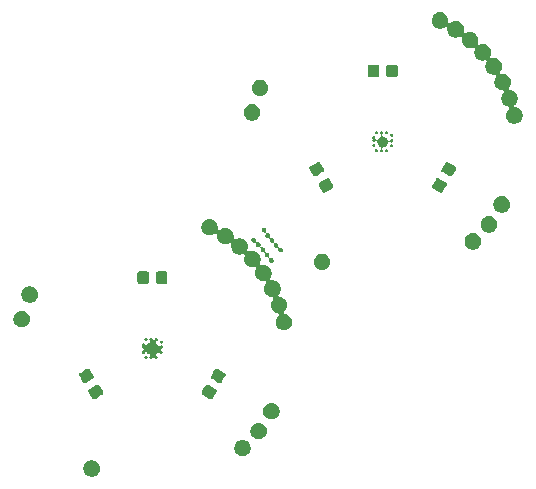
<source format=gbr>
G04 #@! TF.GenerationSoftware,KiCad,Pcbnew,5.0.2-bee76a0~70~ubuntu18.04.1*
G04 #@! TF.CreationDate,2019-07-08T07:54:46+02:00*
G04 #@! TF.ProjectId,lower_Sensor,6c6f7765-725f-4536-956e-736f722e6b69,rev?*
G04 #@! TF.SameCoordinates,Original*
G04 #@! TF.FileFunction,Soldermask,Top*
G04 #@! TF.FilePolarity,Negative*
%FSLAX46Y46*%
G04 Gerber Fmt 4.6, Leading zero omitted, Abs format (unit mm)*
G04 Created by KiCad (PCBNEW 5.0.2-bee76a0~70~ubuntu18.04.1) date Mo 08 Jul 2019 07:54:46 CEST*
%MOMM*%
%LPD*%
G01*
G04 APERTURE LIST*
%ADD10C,0.200000*%
%ADD11C,0.100000*%
G04 APERTURE END LIST*
D10*
X129885902Y-61750000D02*
G75*
G03X129885902Y-61750000I-55902J0D01*
G01*
X128805902Y-62390000D02*
G75*
G03X128805902Y-62390000I-55902J0D01*
G01*
X130305902Y-62390000D02*
G75*
G03X130305902Y-62390000I-55902J0D01*
G01*
X129445902Y-63250000D02*
G75*
G03X129445902Y-63250000I-55902J0D01*
G01*
X129445902Y-61750000D02*
G75*
G03X129445902Y-61750000I-55902J0D01*
G01*
X128805902Y-62830000D02*
G75*
G03X128805902Y-62830000I-55902J0D01*
G01*
X129885902Y-63250000D02*
G75*
G03X129885902Y-63250000I-55902J0D01*
G01*
X129005902Y-63250000D02*
G75*
G03X129005902Y-63250000I-55902J0D01*
G01*
X129005902Y-61750000D02*
G75*
G03X129005902Y-61750000I-55902J0D01*
G01*
X130305902Y-61950000D02*
G75*
G03X130305902Y-61950000I-55902J0D01*
G01*
X130305902Y-62830000D02*
G75*
G03X130305902Y-62830000I-55902J0D01*
G01*
X128805902Y-62170000D02*
G75*
G03X128805902Y-62170000I-55902J0D01*
G01*
X110385902Y-80750000D02*
G75*
G03X110385902Y-80750000I-55902J0D01*
G01*
X109945902Y-80750000D02*
G75*
G03X109945902Y-80750000I-55902J0D01*
G01*
X109505902Y-80750000D02*
G75*
G03X109505902Y-80750000I-55902J0D01*
G01*
X109305902Y-80330000D02*
G75*
G03X109305902Y-80330000I-55902J0D01*
G01*
X109305902Y-79890000D02*
G75*
G03X109305902Y-79890000I-55902J0D01*
G01*
X109305902Y-79670000D02*
G75*
G03X109305902Y-79670000I-55902J0D01*
G01*
X109505902Y-79250000D02*
G75*
G03X109505902Y-79250000I-55902J0D01*
G01*
X109945902Y-79250000D02*
G75*
G03X109945902Y-79250000I-55902J0D01*
G01*
X110385902Y-79250000D02*
G75*
G03X110385902Y-79250000I-55902J0D01*
G01*
X110805902Y-79450000D02*
G75*
G03X110805902Y-79450000I-55902J0D01*
G01*
X110805902Y-79890000D02*
G75*
G03X110805902Y-79890000I-55902J0D01*
G01*
X110805902Y-80330000D02*
G75*
G03X110805902Y-80330000I-55902J0D01*
G01*
D11*
G36*
X105068372Y-89485778D02*
X105195949Y-89538622D01*
X105310765Y-89615340D01*
X105408400Y-89712975D01*
X105485118Y-89827791D01*
X105537962Y-89955368D01*
X105564900Y-90090796D01*
X105564900Y-90228884D01*
X105537962Y-90364312D01*
X105485118Y-90491889D01*
X105408400Y-90606705D01*
X105310765Y-90704340D01*
X105195949Y-90781058D01*
X105068372Y-90833902D01*
X104932944Y-90860840D01*
X104794856Y-90860840D01*
X104659428Y-90833902D01*
X104531851Y-90781058D01*
X104417035Y-90704340D01*
X104319400Y-90606705D01*
X104242682Y-90491889D01*
X104189838Y-90364312D01*
X104162900Y-90228884D01*
X104162900Y-90090796D01*
X104189838Y-89955368D01*
X104242682Y-89827791D01*
X104319400Y-89712975D01*
X104417035Y-89615340D01*
X104531851Y-89538622D01*
X104659428Y-89485778D01*
X104794856Y-89458840D01*
X104932944Y-89458840D01*
X105068372Y-89485778D01*
X105068372Y-89485778D01*
G37*
G36*
X117831872Y-87745878D02*
X117959449Y-87798722D01*
X118074265Y-87875440D01*
X118171900Y-87973075D01*
X118248618Y-88087891D01*
X118301462Y-88215468D01*
X118328400Y-88350896D01*
X118328400Y-88488984D01*
X118301462Y-88624412D01*
X118248618Y-88751989D01*
X118171900Y-88866805D01*
X118074265Y-88964440D01*
X117959449Y-89041158D01*
X117831872Y-89094002D01*
X117696444Y-89120940D01*
X117558356Y-89120940D01*
X117422928Y-89094002D01*
X117295351Y-89041158D01*
X117180535Y-88964440D01*
X117082900Y-88866805D01*
X117006182Y-88751989D01*
X116953338Y-88624412D01*
X116926400Y-88488984D01*
X116926400Y-88350896D01*
X116953338Y-88215468D01*
X117006182Y-88087891D01*
X117082900Y-87973075D01*
X117180535Y-87875440D01*
X117295351Y-87798722D01*
X117422928Y-87745878D01*
X117558356Y-87718940D01*
X117696444Y-87718940D01*
X117831872Y-87745878D01*
X117831872Y-87745878D01*
G37*
G36*
X119193312Y-86310778D02*
X119320889Y-86363622D01*
X119435705Y-86440340D01*
X119533340Y-86537975D01*
X119610058Y-86652791D01*
X119662902Y-86780368D01*
X119689840Y-86915796D01*
X119689840Y-87053884D01*
X119662902Y-87189312D01*
X119610058Y-87316889D01*
X119533340Y-87431705D01*
X119435705Y-87529340D01*
X119320889Y-87606058D01*
X119193312Y-87658902D01*
X119057884Y-87685840D01*
X118919796Y-87685840D01*
X118784368Y-87658902D01*
X118656791Y-87606058D01*
X118541975Y-87529340D01*
X118444340Y-87431705D01*
X118367622Y-87316889D01*
X118314778Y-87189312D01*
X118287840Y-87053884D01*
X118287840Y-86915796D01*
X118314778Y-86780368D01*
X118367622Y-86652791D01*
X118444340Y-86537975D01*
X118541975Y-86440340D01*
X118656791Y-86363622D01*
X118784368Y-86310778D01*
X118919796Y-86283840D01*
X119057884Y-86283840D01*
X119193312Y-86310778D01*
X119193312Y-86310778D01*
G37*
G36*
X120282972Y-84629298D02*
X120410549Y-84682142D01*
X120525365Y-84758860D01*
X120623000Y-84856495D01*
X120699718Y-84971311D01*
X120752562Y-85098888D01*
X120779500Y-85234316D01*
X120779500Y-85372404D01*
X120752562Y-85507832D01*
X120699718Y-85635409D01*
X120623000Y-85750225D01*
X120525365Y-85847860D01*
X120410549Y-85924578D01*
X120282972Y-85977422D01*
X120147544Y-86004360D01*
X120009456Y-86004360D01*
X119874028Y-85977422D01*
X119746451Y-85924578D01*
X119631635Y-85847860D01*
X119534000Y-85750225D01*
X119457282Y-85635409D01*
X119404438Y-85507832D01*
X119377500Y-85372404D01*
X119377500Y-85234316D01*
X119404438Y-85098888D01*
X119457282Y-84971311D01*
X119534000Y-84856495D01*
X119631635Y-84758860D01*
X119746451Y-84682142D01*
X119874028Y-84629298D01*
X120009456Y-84602360D01*
X120147544Y-84602360D01*
X120282972Y-84629298D01*
X120282972Y-84629298D01*
G37*
G36*
X114681290Y-83064621D02*
X114715878Y-83072686D01*
X114753840Y-83089887D01*
X114802642Y-83118063D01*
X114802649Y-83118066D01*
X115290655Y-83399816D01*
X115290663Y-83399822D01*
X115339464Y-83427997D01*
X115373342Y-83452274D01*
X115397616Y-83478191D01*
X115416373Y-83508353D01*
X115428878Y-83541579D01*
X115434663Y-83576623D01*
X115433502Y-83612109D01*
X115425437Y-83646697D01*
X115408236Y-83684659D01*
X115380060Y-83733461D01*
X115380057Y-83733468D01*
X115135807Y-84156522D01*
X115135801Y-84156530D01*
X115107626Y-84205331D01*
X115083349Y-84239209D01*
X115057432Y-84263483D01*
X115027270Y-84282240D01*
X114994044Y-84294745D01*
X114959000Y-84300530D01*
X114923514Y-84299369D01*
X114888926Y-84291304D01*
X114850964Y-84274103D01*
X114802162Y-84245927D01*
X114802155Y-84245924D01*
X114314149Y-83964174D01*
X114314141Y-83964168D01*
X114265340Y-83935993D01*
X114231462Y-83911716D01*
X114207188Y-83885799D01*
X114188431Y-83855637D01*
X114175926Y-83822411D01*
X114170141Y-83787367D01*
X114171302Y-83751881D01*
X114179367Y-83717293D01*
X114196568Y-83679331D01*
X114224744Y-83630529D01*
X114224747Y-83630522D01*
X114468997Y-83207468D01*
X114469003Y-83207460D01*
X114497178Y-83158659D01*
X114521455Y-83124781D01*
X114547372Y-83100507D01*
X114577534Y-83081750D01*
X114610760Y-83069245D01*
X114645804Y-83063460D01*
X114681290Y-83064621D01*
X114681290Y-83064621D01*
G37*
G36*
X105389240Y-83069245D02*
X105422466Y-83081750D01*
X105452628Y-83100507D01*
X105478545Y-83124781D01*
X105502822Y-83158659D01*
X105530997Y-83207460D01*
X105531003Y-83207468D01*
X105775253Y-83630522D01*
X105775256Y-83630529D01*
X105803432Y-83679331D01*
X105820633Y-83717293D01*
X105828698Y-83751881D01*
X105829859Y-83787367D01*
X105824074Y-83822411D01*
X105811569Y-83855637D01*
X105792812Y-83885799D01*
X105768538Y-83911716D01*
X105734660Y-83935993D01*
X105685859Y-83964168D01*
X105685851Y-83964174D01*
X105197845Y-84245924D01*
X105197838Y-84245927D01*
X105149036Y-84274103D01*
X105111074Y-84291304D01*
X105076486Y-84299369D01*
X105041000Y-84300530D01*
X105005956Y-84294745D01*
X104972730Y-84282240D01*
X104942568Y-84263483D01*
X104916651Y-84239209D01*
X104892374Y-84205331D01*
X104864199Y-84156530D01*
X104864193Y-84156522D01*
X104619943Y-83733468D01*
X104619940Y-83733461D01*
X104591764Y-83684659D01*
X104574563Y-83646697D01*
X104566498Y-83612109D01*
X104565337Y-83576623D01*
X104571122Y-83541579D01*
X104583627Y-83508353D01*
X104602384Y-83478191D01*
X104626658Y-83452274D01*
X104660536Y-83427997D01*
X104709337Y-83399822D01*
X104709345Y-83399816D01*
X105197351Y-83118066D01*
X105197358Y-83118063D01*
X105246160Y-83089887D01*
X105284122Y-83072686D01*
X105318710Y-83064621D01*
X105354196Y-83063460D01*
X105389240Y-83069245D01*
X105389240Y-83069245D01*
G37*
G36*
X104601740Y-81705255D02*
X104634966Y-81717760D01*
X104665128Y-81736517D01*
X104691045Y-81760791D01*
X104715322Y-81794669D01*
X104743497Y-81843470D01*
X104743503Y-81843478D01*
X104987753Y-82266532D01*
X104987756Y-82266539D01*
X105015932Y-82315341D01*
X105033133Y-82353303D01*
X105041198Y-82387891D01*
X105042359Y-82423377D01*
X105036574Y-82458421D01*
X105024069Y-82491647D01*
X105005312Y-82521809D01*
X104981038Y-82547726D01*
X104947160Y-82572003D01*
X104898359Y-82600178D01*
X104898351Y-82600184D01*
X104410345Y-82881934D01*
X104410338Y-82881937D01*
X104361536Y-82910113D01*
X104323574Y-82927314D01*
X104288986Y-82935379D01*
X104253500Y-82936540D01*
X104218456Y-82930755D01*
X104185230Y-82918250D01*
X104155068Y-82899493D01*
X104129151Y-82875219D01*
X104104874Y-82841341D01*
X104076699Y-82792540D01*
X104076693Y-82792532D01*
X103832443Y-82369478D01*
X103832440Y-82369471D01*
X103804264Y-82320669D01*
X103787063Y-82282707D01*
X103778998Y-82248119D01*
X103777837Y-82212633D01*
X103783622Y-82177589D01*
X103796127Y-82144363D01*
X103814884Y-82114201D01*
X103839158Y-82088284D01*
X103873036Y-82064007D01*
X103921837Y-82035832D01*
X103921845Y-82035826D01*
X104409851Y-81754076D01*
X104409858Y-81754073D01*
X104458660Y-81725897D01*
X104496622Y-81708696D01*
X104531210Y-81700631D01*
X104566696Y-81699470D01*
X104601740Y-81705255D01*
X104601740Y-81705255D01*
G37*
G36*
X115468790Y-81700631D02*
X115503378Y-81708696D01*
X115541340Y-81725897D01*
X115590142Y-81754073D01*
X115590149Y-81754076D01*
X116078155Y-82035826D01*
X116078163Y-82035832D01*
X116126964Y-82064007D01*
X116160842Y-82088284D01*
X116185116Y-82114201D01*
X116203873Y-82144363D01*
X116216378Y-82177589D01*
X116222163Y-82212633D01*
X116221002Y-82248119D01*
X116212937Y-82282707D01*
X116195736Y-82320669D01*
X116167560Y-82369471D01*
X116167557Y-82369478D01*
X115923307Y-82792532D01*
X115923301Y-82792540D01*
X115895126Y-82841341D01*
X115870849Y-82875219D01*
X115844932Y-82899493D01*
X115814770Y-82918250D01*
X115781544Y-82930755D01*
X115746500Y-82936540D01*
X115711014Y-82935379D01*
X115676426Y-82927314D01*
X115638464Y-82910113D01*
X115589662Y-82881937D01*
X115589655Y-82881934D01*
X115101649Y-82600184D01*
X115101641Y-82600178D01*
X115052840Y-82572003D01*
X115018962Y-82547726D01*
X114994688Y-82521809D01*
X114975931Y-82491647D01*
X114963426Y-82458421D01*
X114957641Y-82423377D01*
X114958802Y-82387891D01*
X114966867Y-82353303D01*
X114984068Y-82315341D01*
X115012244Y-82266539D01*
X115012247Y-82266532D01*
X115256497Y-81843478D01*
X115256503Y-81843470D01*
X115284678Y-81794669D01*
X115308955Y-81760791D01*
X115334872Y-81736517D01*
X115365034Y-81717760D01*
X115398260Y-81705255D01*
X115433304Y-81699470D01*
X115468790Y-81700631D01*
X115468790Y-81700631D01*
G37*
G36*
X109926753Y-79125842D02*
X109949684Y-79135340D01*
X109970321Y-79149129D01*
X109987871Y-79166679D01*
X110001660Y-79187316D01*
X110001662Y-79187321D01*
X110006066Y-79193912D01*
X110021612Y-79212854D01*
X110040554Y-79228400D01*
X110062165Y-79239951D01*
X110085614Y-79247064D01*
X110110000Y-79249466D01*
X110134386Y-79247064D01*
X110157835Y-79239951D01*
X110179446Y-79228400D01*
X110198388Y-79212854D01*
X110213934Y-79193912D01*
X110218338Y-79187321D01*
X110218340Y-79187316D01*
X110232129Y-79166679D01*
X110249679Y-79149129D01*
X110270316Y-79135340D01*
X110293247Y-79125842D01*
X110317590Y-79121000D01*
X110342410Y-79121000D01*
X110366753Y-79125842D01*
X110389684Y-79135340D01*
X110410321Y-79149129D01*
X110427871Y-79166679D01*
X110441660Y-79187316D01*
X110451158Y-79210247D01*
X110454769Y-79228400D01*
X110456000Y-79234591D01*
X110456000Y-79267033D01*
X110458402Y-79291419D01*
X110464451Y-79311362D01*
X110454165Y-79314482D01*
X110432554Y-79326033D01*
X110413618Y-79341574D01*
X110410321Y-79344871D01*
X110389684Y-79358660D01*
X110384470Y-79360820D01*
X110362862Y-79372370D01*
X110343920Y-79387916D01*
X110328375Y-79406858D01*
X110316825Y-79428470D01*
X110309712Y-79451919D01*
X110307311Y-79476305D01*
X110309713Y-79500692D01*
X110316827Y-79524140D01*
X110328379Y-79545751D01*
X110343923Y-79564690D01*
X110427988Y-79648755D01*
X110489861Y-79741354D01*
X110498762Y-79758006D01*
X110514308Y-79776947D01*
X110533250Y-79792492D01*
X110554861Y-79804043D01*
X110578311Y-79811156D01*
X110602697Y-79813557D01*
X110627083Y-79811155D01*
X110650532Y-79804041D01*
X110672141Y-79792490D01*
X110672674Y-79792134D01*
X110672679Y-79792129D01*
X110693316Y-79778340D01*
X110693320Y-79778338D01*
X110699913Y-79773933D01*
X110718855Y-79758388D01*
X110734400Y-79739445D01*
X110745951Y-79717834D01*
X110753000Y-79694596D01*
X110760049Y-79717835D01*
X110771600Y-79739446D01*
X110787146Y-79758388D01*
X110806088Y-79773934D01*
X110812679Y-79778338D01*
X110812684Y-79778340D01*
X110833321Y-79792129D01*
X110850871Y-79809679D01*
X110864660Y-79830316D01*
X110874158Y-79853247D01*
X110879000Y-79877590D01*
X110879000Y-79902410D01*
X110874158Y-79926753D01*
X110864660Y-79949684D01*
X110850871Y-79970321D01*
X110833321Y-79987871D01*
X110812684Y-80001660D01*
X110812679Y-80001662D01*
X110806088Y-80006066D01*
X110787146Y-80021612D01*
X110771600Y-80040554D01*
X110760049Y-80062165D01*
X110752936Y-80085614D01*
X110750534Y-80110000D01*
X110752936Y-80134386D01*
X110760049Y-80157835D01*
X110771600Y-80179446D01*
X110787146Y-80198388D01*
X110806088Y-80213934D01*
X110812679Y-80218338D01*
X110812684Y-80218340D01*
X110833321Y-80232129D01*
X110850871Y-80249679D01*
X110864660Y-80270316D01*
X110874158Y-80293247D01*
X110879000Y-80317590D01*
X110879000Y-80342410D01*
X110874158Y-80366753D01*
X110864660Y-80389684D01*
X110850871Y-80410321D01*
X110833321Y-80427871D01*
X110812684Y-80441660D01*
X110789753Y-80451158D01*
X110765410Y-80456000D01*
X110740590Y-80456000D01*
X110716247Y-80451158D01*
X110693316Y-80441660D01*
X110672679Y-80427871D01*
X110655129Y-80410321D01*
X110641340Y-80389684D01*
X110639180Y-80384470D01*
X110627630Y-80362862D01*
X110612084Y-80343920D01*
X110593142Y-80328375D01*
X110571530Y-80316825D01*
X110548081Y-80309712D01*
X110523695Y-80307311D01*
X110499308Y-80309713D01*
X110475860Y-80316827D01*
X110454249Y-80328379D01*
X110435310Y-80343923D01*
X110343923Y-80435310D01*
X110328377Y-80454252D01*
X110316826Y-80475863D01*
X110309713Y-80499312D01*
X110307311Y-80523698D01*
X110309713Y-80548084D01*
X110316826Y-80571533D01*
X110328377Y-80593144D01*
X110343923Y-80612086D01*
X110362865Y-80627632D01*
X110384470Y-80639180D01*
X110389684Y-80641340D01*
X110410321Y-80655129D01*
X110427871Y-80672679D01*
X110441660Y-80693316D01*
X110451158Y-80716247D01*
X110456000Y-80740590D01*
X110456000Y-80765410D01*
X110451158Y-80789753D01*
X110441660Y-80812684D01*
X110427871Y-80833321D01*
X110410321Y-80850871D01*
X110389684Y-80864660D01*
X110366753Y-80874158D01*
X110342410Y-80879000D01*
X110317590Y-80879000D01*
X110293247Y-80874158D01*
X110270316Y-80864660D01*
X110249679Y-80850871D01*
X110232129Y-80833321D01*
X110218340Y-80812684D01*
X110218338Y-80812679D01*
X110213934Y-80806088D01*
X110198388Y-80787146D01*
X110179446Y-80771600D01*
X110157835Y-80760049D01*
X110134386Y-80752936D01*
X110110000Y-80750534D01*
X110085614Y-80752936D01*
X110062165Y-80760049D01*
X110040554Y-80771600D01*
X110021612Y-80787146D01*
X110006066Y-80806088D01*
X110001662Y-80812679D01*
X110001660Y-80812684D01*
X109987871Y-80833321D01*
X109970321Y-80850871D01*
X109949684Y-80864660D01*
X109926753Y-80874158D01*
X109902410Y-80879000D01*
X109877590Y-80879000D01*
X109853247Y-80874158D01*
X109830316Y-80864660D01*
X109809679Y-80850871D01*
X109792129Y-80833321D01*
X109778340Y-80812684D01*
X109778338Y-80812679D01*
X109773934Y-80806088D01*
X109758388Y-80787146D01*
X109739446Y-80771600D01*
X109717835Y-80760049D01*
X109694597Y-80753000D01*
X109717835Y-80745951D01*
X109739446Y-80734400D01*
X109758388Y-80718854D01*
X109773933Y-80699913D01*
X109778338Y-80693320D01*
X109778340Y-80693316D01*
X109792129Y-80672679D01*
X109792134Y-80672674D01*
X109792490Y-80672141D01*
X109804042Y-80650530D01*
X109811155Y-80627081D01*
X109813557Y-80602695D01*
X109811155Y-80578309D01*
X109804042Y-80554860D01*
X109792491Y-80533249D01*
X109776946Y-80514306D01*
X109758004Y-80498761D01*
X109741354Y-80489861D01*
X109648755Y-80427988D01*
X109564690Y-80343923D01*
X109545748Y-80328377D01*
X109524137Y-80316826D01*
X109500688Y-80309713D01*
X109476302Y-80307311D01*
X109451916Y-80309713D01*
X109428467Y-80316826D01*
X109406856Y-80328377D01*
X109387914Y-80343923D01*
X109372368Y-80362865D01*
X109360820Y-80384470D01*
X109358660Y-80389684D01*
X109344871Y-80410321D01*
X109341574Y-80413618D01*
X109326033Y-80432554D01*
X109314482Y-80454165D01*
X109311362Y-80464451D01*
X109291419Y-80458402D01*
X109267033Y-80456000D01*
X109234590Y-80456000D01*
X109210247Y-80451158D01*
X109187316Y-80441660D01*
X109166679Y-80427871D01*
X109149129Y-80410321D01*
X109135340Y-80389684D01*
X109125842Y-80366753D01*
X109121000Y-80342410D01*
X109121000Y-80317590D01*
X109125842Y-80293247D01*
X109135340Y-80270316D01*
X109149129Y-80249679D01*
X109166679Y-80232129D01*
X109187316Y-80218340D01*
X109187321Y-80218338D01*
X109193912Y-80213934D01*
X109212854Y-80198388D01*
X109228400Y-80179446D01*
X109239951Y-80157835D01*
X109247064Y-80134386D01*
X109249466Y-80110000D01*
X109247064Y-80085614D01*
X109239951Y-80062165D01*
X109228400Y-80040554D01*
X109212854Y-80021612D01*
X109193912Y-80006066D01*
X109187321Y-80001662D01*
X109187316Y-80001660D01*
X109166679Y-79987871D01*
X109149129Y-79970321D01*
X109135340Y-79949684D01*
X109125842Y-79926753D01*
X109121000Y-79902410D01*
X109121000Y-79877590D01*
X109123421Y-79865419D01*
X109125842Y-79853246D01*
X109136368Y-79827835D01*
X109143481Y-79804386D01*
X109145883Y-79779999D01*
X109143481Y-79755613D01*
X109136368Y-79732165D01*
X109125842Y-79706754D01*
X109121000Y-79682409D01*
X109121000Y-79657590D01*
X109125842Y-79633247D01*
X109135340Y-79610316D01*
X109149129Y-79589679D01*
X109166679Y-79572129D01*
X109187316Y-79558340D01*
X109210247Y-79548842D01*
X109234590Y-79544000D01*
X109267033Y-79544000D01*
X109291419Y-79541598D01*
X109311362Y-79535549D01*
X109314482Y-79545835D01*
X109326033Y-79567446D01*
X109341574Y-79586382D01*
X109344871Y-79589679D01*
X109358660Y-79610316D01*
X109358660Y-79610317D01*
X109360818Y-79615527D01*
X109372370Y-79637138D01*
X109387916Y-79656080D01*
X109406858Y-79671625D01*
X109428470Y-79683175D01*
X109451919Y-79690288D01*
X109476305Y-79692689D01*
X109500692Y-79690287D01*
X109524140Y-79683173D01*
X109545751Y-79671621D01*
X109564690Y-79656077D01*
X109648755Y-79572012D01*
X109741354Y-79510139D01*
X109758006Y-79501238D01*
X109776947Y-79485692D01*
X109792492Y-79466750D01*
X109804043Y-79445139D01*
X109811156Y-79421689D01*
X109813557Y-79397303D01*
X109811155Y-79372917D01*
X109804041Y-79349468D01*
X109792490Y-79327859D01*
X109792134Y-79327326D01*
X109792129Y-79327321D01*
X109778340Y-79306684D01*
X109778338Y-79306680D01*
X109773933Y-79300087D01*
X109758388Y-79281145D01*
X109739445Y-79265600D01*
X109717834Y-79254049D01*
X109694596Y-79247000D01*
X109717835Y-79239951D01*
X109739446Y-79228400D01*
X109758388Y-79212854D01*
X109773934Y-79193912D01*
X109778338Y-79187321D01*
X109778340Y-79187316D01*
X109792129Y-79166679D01*
X109809679Y-79149129D01*
X109830316Y-79135340D01*
X109853247Y-79125842D01*
X109877590Y-79121000D01*
X109902410Y-79121000D01*
X109926753Y-79125842D01*
X109926753Y-79125842D01*
G37*
G36*
X109405581Y-80624598D02*
X109429967Y-80627000D01*
X109462410Y-80627000D01*
X109486753Y-80631842D01*
X109509684Y-80641340D01*
X109530321Y-80655129D01*
X109547871Y-80672679D01*
X109561660Y-80693316D01*
X109561662Y-80693321D01*
X109566066Y-80699912D01*
X109581612Y-80718854D01*
X109600554Y-80734400D01*
X109622165Y-80745951D01*
X109645403Y-80753000D01*
X109622165Y-80760049D01*
X109600554Y-80771600D01*
X109581612Y-80787146D01*
X109566066Y-80806088D01*
X109561662Y-80812679D01*
X109561660Y-80812684D01*
X109547871Y-80833321D01*
X109530321Y-80850871D01*
X109509684Y-80864660D01*
X109486753Y-80874158D01*
X109462410Y-80879000D01*
X109437590Y-80879000D01*
X109413247Y-80874158D01*
X109390316Y-80864660D01*
X109369679Y-80850871D01*
X109352129Y-80833321D01*
X109338340Y-80812684D01*
X109328842Y-80789753D01*
X109324000Y-80765410D01*
X109324000Y-80740590D01*
X109328842Y-80716247D01*
X109338340Y-80693316D01*
X109352129Y-80672679D01*
X109355426Y-80669382D01*
X109370967Y-80650446D01*
X109382518Y-80628835D01*
X109385638Y-80618549D01*
X109405581Y-80624598D01*
X109405581Y-80624598D01*
G37*
G36*
X110789753Y-79328842D02*
X110812684Y-79338340D01*
X110833321Y-79352129D01*
X110850871Y-79369679D01*
X110864660Y-79390316D01*
X110874158Y-79413247D01*
X110879000Y-79437590D01*
X110879000Y-79462410D01*
X110874158Y-79486753D01*
X110864660Y-79509684D01*
X110850871Y-79530321D01*
X110833321Y-79547871D01*
X110812684Y-79561660D01*
X110812679Y-79561662D01*
X110806088Y-79566066D01*
X110787146Y-79581612D01*
X110771600Y-79600554D01*
X110760049Y-79622165D01*
X110753000Y-79645403D01*
X110745951Y-79622164D01*
X110734399Y-79600553D01*
X110718854Y-79581611D01*
X110699912Y-79566066D01*
X110693321Y-79561662D01*
X110693316Y-79561660D01*
X110672679Y-79547871D01*
X110655129Y-79530321D01*
X110641340Y-79509684D01*
X110631842Y-79486753D01*
X110627000Y-79462410D01*
X110627000Y-79429967D01*
X110624598Y-79405581D01*
X110618549Y-79385638D01*
X110628835Y-79382518D01*
X110650446Y-79370967D01*
X110669382Y-79355426D01*
X110672679Y-79352129D01*
X110693316Y-79338340D01*
X110716247Y-79328842D01*
X110740590Y-79324000D01*
X110765410Y-79324000D01*
X110789753Y-79328842D01*
X110789753Y-79328842D01*
G37*
G36*
X109486753Y-79125842D02*
X109509684Y-79135340D01*
X109530321Y-79149129D01*
X109547871Y-79166679D01*
X109561660Y-79187316D01*
X109561662Y-79187321D01*
X109566066Y-79193912D01*
X109581612Y-79212854D01*
X109600554Y-79228400D01*
X109622165Y-79239951D01*
X109645403Y-79247000D01*
X109622164Y-79254049D01*
X109600553Y-79265601D01*
X109581611Y-79281146D01*
X109566066Y-79300088D01*
X109561662Y-79306679D01*
X109561660Y-79306684D01*
X109547871Y-79327321D01*
X109530321Y-79344871D01*
X109509684Y-79358660D01*
X109486753Y-79368158D01*
X109462410Y-79373000D01*
X109429967Y-79373000D01*
X109405581Y-79375402D01*
X109385638Y-79381451D01*
X109382518Y-79371165D01*
X109370967Y-79349554D01*
X109355426Y-79330618D01*
X109352129Y-79327321D01*
X109338340Y-79306684D01*
X109328842Y-79283753D01*
X109324000Y-79259410D01*
X109324000Y-79234590D01*
X109328842Y-79210247D01*
X109338340Y-79187316D01*
X109352129Y-79166679D01*
X109369679Y-79149129D01*
X109390316Y-79135340D01*
X109413247Y-79125842D01*
X109437590Y-79121000D01*
X109462410Y-79121000D01*
X109486753Y-79125842D01*
X109486753Y-79125842D01*
G37*
G36*
X115040412Y-69051478D02*
X115167989Y-69104322D01*
X115282805Y-69181040D01*
X115380440Y-69278675D01*
X115457158Y-69393491D01*
X115510002Y-69521068D01*
X115536940Y-69656496D01*
X115536940Y-69794585D01*
X115534662Y-69806038D01*
X115532260Y-69830424D01*
X115534662Y-69854810D01*
X115541775Y-69878259D01*
X115553327Y-69899870D01*
X115568872Y-69918812D01*
X115587815Y-69934357D01*
X115609426Y-69945908D01*
X115632875Y-69953021D01*
X115657261Y-69955423D01*
X115681647Y-69953021D01*
X115705096Y-69945908D01*
X115726706Y-69934357D01*
X115839931Y-69858702D01*
X115967508Y-69805858D01*
X116102936Y-69778920D01*
X116241024Y-69778920D01*
X116376452Y-69805858D01*
X116504029Y-69858702D01*
X116618845Y-69935420D01*
X116716480Y-70033055D01*
X116793198Y-70147871D01*
X116846042Y-70275448D01*
X116872980Y-70410876D01*
X116872980Y-70548964D01*
X116859676Y-70615848D01*
X116857274Y-70640234D01*
X116859676Y-70664620D01*
X116866789Y-70688070D01*
X116878340Y-70709680D01*
X116893886Y-70728622D01*
X116912828Y-70744168D01*
X116934439Y-70755719D01*
X116957888Y-70762832D01*
X116982274Y-70765234D01*
X117006660Y-70762832D01*
X117030110Y-70755719D01*
X117040554Y-70750137D01*
X117046431Y-70747703D01*
X117046432Y-70747702D01*
X117138225Y-70709680D01*
X117174008Y-70694858D01*
X117309436Y-70667920D01*
X117447524Y-70667920D01*
X117582952Y-70694858D01*
X117710529Y-70747702D01*
X117825345Y-70824420D01*
X117922980Y-70922055D01*
X117999698Y-71036871D01*
X118052542Y-71164448D01*
X118079480Y-71299876D01*
X118079480Y-71437964D01*
X118052542Y-71573391D01*
X118039367Y-71605199D01*
X118032254Y-71628648D01*
X118029852Y-71653034D01*
X118032254Y-71677421D01*
X118039367Y-71700870D01*
X118050918Y-71722481D01*
X118066463Y-71741423D01*
X118085405Y-71756968D01*
X118107016Y-71768520D01*
X118130465Y-71775633D01*
X118154851Y-71778035D01*
X118179238Y-71775633D01*
X118202687Y-71768520D01*
X118256046Y-71746418D01*
X118391476Y-71719480D01*
X118529564Y-71719480D01*
X118664992Y-71746418D01*
X118792569Y-71799262D01*
X118907385Y-71875980D01*
X119005020Y-71973615D01*
X119081738Y-72088431D01*
X119134582Y-72216008D01*
X119161520Y-72351436D01*
X119161520Y-72489524D01*
X119134582Y-72624954D01*
X119079702Y-72757446D01*
X119072589Y-72780895D01*
X119070187Y-72805281D01*
X119072589Y-72829667D01*
X119079702Y-72853117D01*
X119091253Y-72874727D01*
X119106799Y-72893669D01*
X119125741Y-72909215D01*
X119147352Y-72920766D01*
X119170801Y-72927879D01*
X119195187Y-72930281D01*
X119219573Y-72927879D01*
X119331276Y-72905660D01*
X119469364Y-72905660D01*
X119604792Y-72932598D01*
X119732369Y-72985442D01*
X119847185Y-73062160D01*
X119944820Y-73159795D01*
X120021538Y-73274611D01*
X120074382Y-73402188D01*
X120101320Y-73537616D01*
X120101320Y-73675704D01*
X120074382Y-73811132D01*
X120021538Y-73938709D01*
X119948630Y-74047823D01*
X119937079Y-74069433D01*
X119929966Y-74092883D01*
X119927564Y-74117269D01*
X119929966Y-74141655D01*
X119937079Y-74165104D01*
X119948630Y-74186715D01*
X119964176Y-74205657D01*
X119983118Y-74221203D01*
X120004728Y-74232754D01*
X120028178Y-74239867D01*
X120052564Y-74242269D01*
X120076948Y-74239868D01*
X120093278Y-74236620D01*
X120231364Y-74236620D01*
X120366792Y-74263558D01*
X120494369Y-74316402D01*
X120609185Y-74393120D01*
X120706820Y-74490755D01*
X120783538Y-74605571D01*
X120836382Y-74733148D01*
X120863320Y-74868576D01*
X120863320Y-75006664D01*
X120836382Y-75142092D01*
X120783538Y-75269669D01*
X120706820Y-75384485D01*
X120691393Y-75399912D01*
X120675847Y-75418854D01*
X120664296Y-75440465D01*
X120657183Y-75463914D01*
X120654781Y-75488300D01*
X120657183Y-75512686D01*
X120664296Y-75536135D01*
X120675847Y-75557746D01*
X120691393Y-75576688D01*
X120710335Y-75592234D01*
X120731946Y-75603785D01*
X120755395Y-75610898D01*
X120779781Y-75613300D01*
X120800324Y-75613300D01*
X120935752Y-75640238D01*
X121063329Y-75693082D01*
X121178145Y-75769800D01*
X121275780Y-75867435D01*
X121352498Y-75982251D01*
X121405342Y-76109828D01*
X121432280Y-76245256D01*
X121432280Y-76383344D01*
X121405342Y-76518772D01*
X121352498Y-76646349D01*
X121275780Y-76761165D01*
X121172736Y-76864209D01*
X121157190Y-76883151D01*
X121145639Y-76904762D01*
X121138526Y-76928211D01*
X121136124Y-76952597D01*
X121138526Y-76976983D01*
X121145639Y-77000432D01*
X121157190Y-77022043D01*
X121172736Y-77040985D01*
X121191678Y-77056531D01*
X121213289Y-77068082D01*
X121236738Y-77075195D01*
X121339611Y-77095658D01*
X121339613Y-77095659D01*
X121339614Y-77095659D01*
X121367083Y-77107037D01*
X121467189Y-77148502D01*
X121582005Y-77225220D01*
X121679640Y-77322855D01*
X121756358Y-77437671D01*
X121809202Y-77565248D01*
X121836140Y-77700676D01*
X121836140Y-77838764D01*
X121809202Y-77974192D01*
X121756358Y-78101769D01*
X121679640Y-78216585D01*
X121582005Y-78314220D01*
X121467189Y-78390938D01*
X121339612Y-78443782D01*
X121204184Y-78470720D01*
X121066096Y-78470720D01*
X120930668Y-78443782D01*
X120803091Y-78390938D01*
X120688275Y-78314220D01*
X120590640Y-78216585D01*
X120513922Y-78101769D01*
X120461078Y-77974192D01*
X120434140Y-77838764D01*
X120434140Y-77700676D01*
X120461078Y-77565248D01*
X120513922Y-77437671D01*
X120590640Y-77322855D01*
X120693684Y-77219811D01*
X120709230Y-77200869D01*
X120720781Y-77179258D01*
X120727894Y-77155809D01*
X120730296Y-77131423D01*
X120727894Y-77107037D01*
X120720781Y-77083588D01*
X120709230Y-77061977D01*
X120693684Y-77043035D01*
X120674742Y-77027489D01*
X120653131Y-77015938D01*
X120629682Y-77008825D01*
X120526809Y-76988362D01*
X120526807Y-76988361D01*
X120526806Y-76988361D01*
X120479682Y-76968841D01*
X120399231Y-76935518D01*
X120284415Y-76858800D01*
X120186780Y-76761165D01*
X120110062Y-76646349D01*
X120057218Y-76518772D01*
X120030280Y-76383344D01*
X120030280Y-76245256D01*
X120057218Y-76109828D01*
X120110062Y-75982251D01*
X120186780Y-75867435D01*
X120202207Y-75852008D01*
X120217753Y-75833066D01*
X120229304Y-75811455D01*
X120236417Y-75788006D01*
X120238819Y-75763620D01*
X120236417Y-75739234D01*
X120229304Y-75715785D01*
X120217753Y-75694174D01*
X120202207Y-75675232D01*
X120183265Y-75659686D01*
X120161654Y-75648135D01*
X120138205Y-75641022D01*
X120113819Y-75638620D01*
X120093276Y-75638620D01*
X119957848Y-75611682D01*
X119830271Y-75558838D01*
X119715455Y-75482120D01*
X119617820Y-75384485D01*
X119541102Y-75269669D01*
X119488258Y-75142092D01*
X119461320Y-75006664D01*
X119461320Y-74868576D01*
X119488258Y-74733148D01*
X119541102Y-74605571D01*
X119614010Y-74496457D01*
X119625561Y-74474847D01*
X119632674Y-74451397D01*
X119635076Y-74427011D01*
X119632674Y-74402625D01*
X119625561Y-74379176D01*
X119614010Y-74357565D01*
X119598464Y-74338623D01*
X119579522Y-74323077D01*
X119557912Y-74311526D01*
X119534462Y-74304413D01*
X119510076Y-74302011D01*
X119485692Y-74304412D01*
X119469362Y-74307660D01*
X119331276Y-74307660D01*
X119195848Y-74280722D01*
X119068271Y-74227878D01*
X118953455Y-74151160D01*
X118855820Y-74053525D01*
X118779102Y-73938709D01*
X118726258Y-73811132D01*
X118699320Y-73675704D01*
X118699320Y-73537616D01*
X118726258Y-73402186D01*
X118781138Y-73269694D01*
X118788251Y-73246245D01*
X118790653Y-73221859D01*
X118788251Y-73197473D01*
X118781138Y-73174023D01*
X118769587Y-73152413D01*
X118754041Y-73133471D01*
X118735099Y-73117925D01*
X118713488Y-73106374D01*
X118690039Y-73099261D01*
X118665653Y-73096859D01*
X118641267Y-73099261D01*
X118529564Y-73121480D01*
X118391476Y-73121480D01*
X118256048Y-73094542D01*
X118128471Y-73041698D01*
X118013655Y-72964980D01*
X117916020Y-72867345D01*
X117839302Y-72752529D01*
X117786458Y-72624952D01*
X117759520Y-72489524D01*
X117759520Y-72351436D01*
X117786458Y-72216009D01*
X117787409Y-72213714D01*
X117799633Y-72184201D01*
X117806746Y-72160752D01*
X117809148Y-72136366D01*
X117806746Y-72111979D01*
X117799633Y-72088530D01*
X117788082Y-72066919D01*
X117772537Y-72047977D01*
X117753595Y-72032432D01*
X117731984Y-72020880D01*
X117708535Y-72013767D01*
X117684149Y-72011365D01*
X117659762Y-72013767D01*
X117636313Y-72020880D01*
X117582954Y-72042982D01*
X117447524Y-72069920D01*
X117309436Y-72069920D01*
X117174008Y-72042982D01*
X117046431Y-71990138D01*
X116931615Y-71913420D01*
X116833980Y-71815785D01*
X116757262Y-71700969D01*
X116704418Y-71573392D01*
X116677480Y-71437964D01*
X116677480Y-71299876D01*
X116690784Y-71232992D01*
X116693186Y-71208606D01*
X116690784Y-71184220D01*
X116683671Y-71160770D01*
X116672120Y-71139160D01*
X116656574Y-71120218D01*
X116637632Y-71104672D01*
X116616021Y-71093121D01*
X116592572Y-71086008D01*
X116568186Y-71083606D01*
X116543800Y-71086008D01*
X116520350Y-71093121D01*
X116509906Y-71098703D01*
X116504029Y-71101137D01*
X116504028Y-71101138D01*
X116495496Y-71104672D01*
X116376452Y-71153982D01*
X116241024Y-71180920D01*
X116102936Y-71180920D01*
X115967508Y-71153982D01*
X115839931Y-71101138D01*
X115725115Y-71024420D01*
X115627480Y-70926785D01*
X115550762Y-70811969D01*
X115497918Y-70684392D01*
X115470980Y-70548964D01*
X115470980Y-70410875D01*
X115473258Y-70399422D01*
X115475660Y-70375036D01*
X115473258Y-70350650D01*
X115466145Y-70327201D01*
X115454593Y-70305590D01*
X115439048Y-70286648D01*
X115420105Y-70271103D01*
X115398494Y-70259552D01*
X115375045Y-70252439D01*
X115350659Y-70250037D01*
X115326273Y-70252439D01*
X115302824Y-70259552D01*
X115281214Y-70271103D01*
X115167989Y-70346758D01*
X115040412Y-70399602D01*
X114904984Y-70426540D01*
X114766896Y-70426540D01*
X114631468Y-70399602D01*
X114503891Y-70346758D01*
X114389075Y-70270040D01*
X114291440Y-70172405D01*
X114214722Y-70057589D01*
X114161878Y-69930012D01*
X114134940Y-69794584D01*
X114134940Y-69656496D01*
X114161878Y-69521068D01*
X114214722Y-69393491D01*
X114291440Y-69278675D01*
X114389075Y-69181040D01*
X114503891Y-69104322D01*
X114631468Y-69051478D01*
X114766896Y-69024540D01*
X114904984Y-69024540D01*
X115040412Y-69051478D01*
X115040412Y-69051478D01*
G37*
G36*
X99132392Y-76831498D02*
X99259969Y-76884342D01*
X99374785Y-76961060D01*
X99472420Y-77058695D01*
X99549138Y-77173511D01*
X99601982Y-77301088D01*
X99628920Y-77436516D01*
X99628920Y-77574604D01*
X99601982Y-77710032D01*
X99549138Y-77837609D01*
X99472420Y-77952425D01*
X99374785Y-78050060D01*
X99259969Y-78126778D01*
X99132392Y-78179622D01*
X98996964Y-78206560D01*
X98858876Y-78206560D01*
X98723448Y-78179622D01*
X98595871Y-78126778D01*
X98481055Y-78050060D01*
X98383420Y-77952425D01*
X98306702Y-77837609D01*
X98253858Y-77710032D01*
X98226920Y-77574604D01*
X98226920Y-77436516D01*
X98253858Y-77301088D01*
X98306702Y-77173511D01*
X98383420Y-77058695D01*
X98481055Y-76961060D01*
X98595871Y-76884342D01*
X98723448Y-76831498D01*
X98858876Y-76804560D01*
X98996964Y-76804560D01*
X99132392Y-76831498D01*
X99132392Y-76831498D01*
G37*
G36*
X99815652Y-74756318D02*
X99943229Y-74809162D01*
X100058045Y-74885880D01*
X100155680Y-74983515D01*
X100232398Y-75098331D01*
X100285242Y-75225908D01*
X100312180Y-75361336D01*
X100312180Y-75499424D01*
X100285242Y-75634852D01*
X100232398Y-75762429D01*
X100155680Y-75877245D01*
X100058045Y-75974880D01*
X99943229Y-76051598D01*
X99815652Y-76104442D01*
X99680224Y-76131380D01*
X99542136Y-76131380D01*
X99406708Y-76104442D01*
X99279131Y-76051598D01*
X99164315Y-75974880D01*
X99066680Y-75877245D01*
X98989962Y-75762429D01*
X98937118Y-75634852D01*
X98910180Y-75499424D01*
X98910180Y-75361336D01*
X98937118Y-75225908D01*
X98989962Y-75098331D01*
X99066680Y-74983515D01*
X99164315Y-74885880D01*
X99279131Y-74809162D01*
X99406708Y-74756318D01*
X99542136Y-74729380D01*
X99680224Y-74729380D01*
X99815652Y-74756318D01*
X99815652Y-74756318D01*
G37*
G36*
X109554591Y-73478085D02*
X109588569Y-73488393D01*
X109619887Y-73505133D01*
X109647339Y-73527661D01*
X109669867Y-73555113D01*
X109686607Y-73586431D01*
X109696915Y-73620409D01*
X109701000Y-73661890D01*
X109701000Y-74338110D01*
X109696915Y-74379591D01*
X109686607Y-74413569D01*
X109669867Y-74444887D01*
X109647339Y-74472339D01*
X109619887Y-74494867D01*
X109588569Y-74511607D01*
X109554591Y-74521915D01*
X109513110Y-74526000D01*
X108911890Y-74526000D01*
X108870409Y-74521915D01*
X108836431Y-74511607D01*
X108805113Y-74494867D01*
X108777661Y-74472339D01*
X108755133Y-74444887D01*
X108738393Y-74413569D01*
X108728085Y-74379591D01*
X108724000Y-74338110D01*
X108724000Y-73661890D01*
X108728085Y-73620409D01*
X108738393Y-73586431D01*
X108755133Y-73555113D01*
X108777661Y-73527661D01*
X108805113Y-73505133D01*
X108836431Y-73488393D01*
X108870409Y-73478085D01*
X108911890Y-73474000D01*
X109513110Y-73474000D01*
X109554591Y-73478085D01*
X109554591Y-73478085D01*
G37*
G36*
X111129591Y-73478085D02*
X111163569Y-73488393D01*
X111194887Y-73505133D01*
X111222339Y-73527661D01*
X111244867Y-73555113D01*
X111261607Y-73586431D01*
X111271915Y-73620409D01*
X111276000Y-73661890D01*
X111276000Y-74338110D01*
X111271915Y-74379591D01*
X111261607Y-74413569D01*
X111244867Y-74444887D01*
X111222339Y-74472339D01*
X111194887Y-74494867D01*
X111163569Y-74511607D01*
X111129591Y-74521915D01*
X111088110Y-74526000D01*
X110486890Y-74526000D01*
X110445409Y-74521915D01*
X110411431Y-74511607D01*
X110380113Y-74494867D01*
X110352661Y-74472339D01*
X110330133Y-74444887D01*
X110313393Y-74413569D01*
X110303085Y-74379591D01*
X110299000Y-74338110D01*
X110299000Y-73661890D01*
X110303085Y-73620409D01*
X110313393Y-73586431D01*
X110330133Y-73555113D01*
X110352661Y-73527661D01*
X110380113Y-73505133D01*
X110411431Y-73488393D01*
X110445409Y-73478085D01*
X110486890Y-73474000D01*
X111088110Y-73474000D01*
X111129591Y-73478085D01*
X111129591Y-73478085D01*
G37*
G36*
X124568372Y-71985778D02*
X124695949Y-72038622D01*
X124810765Y-72115340D01*
X124908400Y-72212975D01*
X124985118Y-72327791D01*
X125037962Y-72455368D01*
X125064900Y-72590796D01*
X125064900Y-72728884D01*
X125037962Y-72864312D01*
X124985118Y-72991889D01*
X124908400Y-73106705D01*
X124810765Y-73204340D01*
X124695949Y-73281058D01*
X124568372Y-73333902D01*
X124432944Y-73360840D01*
X124294856Y-73360840D01*
X124159428Y-73333902D01*
X124031851Y-73281058D01*
X123917035Y-73204340D01*
X123819400Y-73106705D01*
X123742682Y-72991889D01*
X123689838Y-72864312D01*
X123662900Y-72728884D01*
X123662900Y-72590796D01*
X123689838Y-72455368D01*
X123742682Y-72327791D01*
X123819400Y-72212975D01*
X123917035Y-72115340D01*
X124031851Y-72038622D01*
X124159428Y-71985778D01*
X124294856Y-71958840D01*
X124432944Y-71958840D01*
X124568372Y-71985778D01*
X124568372Y-71985778D01*
G37*
G36*
X118598402Y-70627536D02*
X118633846Y-70634586D01*
X118670425Y-70649738D01*
X118670427Y-70649739D01*
X118676699Y-70653930D01*
X118692698Y-70664620D01*
X118703347Y-70671736D01*
X118731342Y-70699731D01*
X118749866Y-70727453D01*
X118753340Y-70732653D01*
X118768492Y-70769232D01*
X118776216Y-70808065D01*
X118776216Y-70847659D01*
X118770791Y-70874932D01*
X118768390Y-70899311D01*
X118770792Y-70923697D01*
X118777905Y-70947146D01*
X118789456Y-70968757D01*
X118805001Y-70987700D01*
X118823943Y-71003245D01*
X118845553Y-71014796D01*
X118869003Y-71021910D01*
X118893389Y-71024312D01*
X118917776Y-71021910D01*
X118947252Y-71016047D01*
X118986848Y-71016047D01*
X118996555Y-71017978D01*
X119025680Y-71023771D01*
X119062259Y-71038923D01*
X119062261Y-71038924D01*
X119077131Y-71048860D01*
X119095180Y-71060920D01*
X119123177Y-71088917D01*
X119131343Y-71101138D01*
X119144469Y-71120782D01*
X119145174Y-71121838D01*
X119160326Y-71158417D01*
X119168050Y-71197250D01*
X119168050Y-71236844D01*
X119160327Y-71275674D01*
X119160326Y-71275676D01*
X119158624Y-71279785D01*
X119151510Y-71303234D01*
X119149108Y-71327620D01*
X119151509Y-71352006D01*
X119158622Y-71375455D01*
X119170173Y-71397066D01*
X119185718Y-71416009D01*
X119204660Y-71431554D01*
X119226271Y-71443106D01*
X119249720Y-71450220D01*
X119274106Y-71452622D01*
X119298493Y-71450220D01*
X119326829Y-71444584D01*
X119366426Y-71444584D01*
X119376133Y-71446515D01*
X119405258Y-71452308D01*
X119441837Y-71467460D01*
X119441839Y-71467461D01*
X119450664Y-71473358D01*
X119472533Y-71487970D01*
X119474759Y-71489458D01*
X119502754Y-71517453D01*
X119522370Y-71546809D01*
X119524752Y-71550375D01*
X119539904Y-71586954D01*
X119547628Y-71625787D01*
X119547628Y-71665381D01*
X119539905Y-71704211D01*
X119539904Y-71704213D01*
X119534785Y-71716571D01*
X119527671Y-71740020D01*
X119525269Y-71764406D01*
X119527670Y-71788792D01*
X119534783Y-71812241D01*
X119546334Y-71833853D01*
X119561879Y-71852795D01*
X119580821Y-71868341D01*
X119602432Y-71879892D01*
X119625881Y-71887006D01*
X119650267Y-71889408D01*
X119674652Y-71887006D01*
X119686831Y-71884584D01*
X119726426Y-71884584D01*
X119736133Y-71886515D01*
X119765258Y-71892308D01*
X119801837Y-71907460D01*
X119801839Y-71907461D01*
X119834759Y-71929458D01*
X119862754Y-71957453D01*
X119881681Y-71985778D01*
X119884752Y-71990375D01*
X119899904Y-72026954D01*
X119907628Y-72065787D01*
X119907628Y-72105381D01*
X119899904Y-72144214D01*
X119885756Y-72178368D01*
X119878643Y-72201817D01*
X119876241Y-72226203D01*
X119878643Y-72250590D01*
X119885756Y-72274039D01*
X119897307Y-72295650D01*
X119912852Y-72314592D01*
X119931794Y-72330137D01*
X119953405Y-72341689D01*
X119976854Y-72348802D01*
X120001240Y-72351204D01*
X120025620Y-72348803D01*
X120046831Y-72344584D01*
X120086426Y-72344584D01*
X120096133Y-72346515D01*
X120125258Y-72352308D01*
X120161837Y-72367460D01*
X120161839Y-72367461D01*
X120178410Y-72378534D01*
X120194758Y-72389457D01*
X120222755Y-72417454D01*
X120244752Y-72450375D01*
X120259904Y-72486954D01*
X120267628Y-72525787D01*
X120267628Y-72565381D01*
X120259904Y-72604214D01*
X120244752Y-72640793D01*
X120244751Y-72640795D01*
X120222754Y-72673715D01*
X120194759Y-72701710D01*
X120161839Y-72723707D01*
X120161838Y-72723708D01*
X120161837Y-72723708D01*
X120125258Y-72738860D01*
X120096133Y-72744653D01*
X120086426Y-72746584D01*
X120046830Y-72746584D01*
X120037123Y-72744653D01*
X120007998Y-72738860D01*
X119971419Y-72723708D01*
X119971418Y-72723708D01*
X119971417Y-72723707D01*
X119938497Y-72701710D01*
X119910502Y-72673715D01*
X119888505Y-72640795D01*
X119888504Y-72640793D01*
X119873352Y-72604214D01*
X119865628Y-72565381D01*
X119865628Y-72525787D01*
X119873352Y-72486954D01*
X119887501Y-72452795D01*
X119894613Y-72429351D01*
X119897015Y-72404965D01*
X119894613Y-72380578D01*
X119887500Y-72357129D01*
X119875949Y-72335518D01*
X119860404Y-72316576D01*
X119841462Y-72301031D01*
X119819851Y-72289479D01*
X119796402Y-72282366D01*
X119772016Y-72279964D01*
X119747636Y-72282365D01*
X119726425Y-72286584D01*
X119686830Y-72286584D01*
X119677123Y-72284653D01*
X119647998Y-72278860D01*
X119611419Y-72263708D01*
X119611418Y-72263708D01*
X119611417Y-72263707D01*
X119594846Y-72252634D01*
X119578498Y-72241711D01*
X119550501Y-72213714D01*
X119528504Y-72180793D01*
X119513352Y-72144214D01*
X119505628Y-72105381D01*
X119505628Y-72065787D01*
X119513352Y-72026954D01*
X119518472Y-72014593D01*
X119525585Y-71991148D01*
X119527987Y-71966762D01*
X119525586Y-71942376D01*
X119518473Y-71918927D01*
X119506922Y-71897315D01*
X119491377Y-71878373D01*
X119472435Y-71862827D01*
X119450824Y-71851276D01*
X119427375Y-71844162D01*
X119402989Y-71841760D01*
X119378604Y-71844162D01*
X119366425Y-71846584D01*
X119326830Y-71846584D01*
X119314654Y-71844162D01*
X119287998Y-71838860D01*
X119251419Y-71823708D01*
X119251418Y-71823708D01*
X119251417Y-71823707D01*
X119218497Y-71801710D01*
X119190502Y-71773715D01*
X119187031Y-71768520D01*
X119168504Y-71740793D01*
X119153352Y-71704214D01*
X119145628Y-71665381D01*
X119145628Y-71625787D01*
X119153352Y-71586954D01*
X119155055Y-71582843D01*
X119162168Y-71559397D01*
X119164570Y-71535011D01*
X119162169Y-71510625D01*
X119155056Y-71487176D01*
X119143505Y-71465565D01*
X119127960Y-71446622D01*
X119109018Y-71431077D01*
X119087407Y-71419525D01*
X119063958Y-71412411D01*
X119039572Y-71410009D01*
X119015185Y-71412411D01*
X118986849Y-71418047D01*
X118947252Y-71418047D01*
X118937007Y-71416009D01*
X118908420Y-71410323D01*
X118871841Y-71395171D01*
X118871840Y-71395171D01*
X118871839Y-71395170D01*
X118838919Y-71373173D01*
X118810924Y-71345178D01*
X118804483Y-71335538D01*
X118788926Y-71312256D01*
X118773774Y-71275677D01*
X118766050Y-71236844D01*
X118766050Y-71197250D01*
X118771475Y-71169977D01*
X118773876Y-71145598D01*
X118771474Y-71121212D01*
X118764361Y-71097763D01*
X118752810Y-71076152D01*
X118737265Y-71057209D01*
X118718323Y-71041664D01*
X118696713Y-71030113D01*
X118673263Y-71022999D01*
X118648877Y-71020597D01*
X118624490Y-71022999D01*
X118595014Y-71028862D01*
X118555418Y-71028862D01*
X118545711Y-71026931D01*
X118516586Y-71021138D01*
X118480007Y-71005986D01*
X118480006Y-71005986D01*
X118480005Y-71005985D01*
X118447085Y-70983988D01*
X118419090Y-70955993D01*
X118416870Y-70952670D01*
X118408166Y-70939644D01*
X118397093Y-70923073D01*
X118397092Y-70923071D01*
X118381940Y-70886492D01*
X118374216Y-70847659D01*
X118374216Y-70808065D01*
X118381940Y-70769232D01*
X118397092Y-70732653D01*
X118400567Y-70727453D01*
X118419090Y-70699731D01*
X118447085Y-70671736D01*
X118457735Y-70664620D01*
X118473733Y-70653930D01*
X118480005Y-70649739D01*
X118480007Y-70649738D01*
X118516586Y-70634586D01*
X118552030Y-70627536D01*
X118555418Y-70626862D01*
X118595014Y-70626862D01*
X118598402Y-70627536D01*
X118598402Y-70627536D01*
G37*
G36*
X119477369Y-69781727D02*
X119506494Y-69787520D01*
X119543073Y-69802672D01*
X119543075Y-69802673D01*
X119547843Y-69805859D01*
X119575994Y-69824669D01*
X119603991Y-69852666D01*
X119625988Y-69885587D01*
X119641140Y-69922166D01*
X119648864Y-69960999D01*
X119648864Y-70000593D01*
X119641140Y-70039426D01*
X119633617Y-70057588D01*
X119632442Y-70060423D01*
X119625328Y-70083872D01*
X119622926Y-70108258D01*
X119625327Y-70132644D01*
X119632440Y-70156093D01*
X119643991Y-70177704D01*
X119659536Y-70196647D01*
X119678478Y-70212192D01*
X119700089Y-70223744D01*
X119723538Y-70230858D01*
X119747926Y-70233260D01*
X119782894Y-70233260D01*
X119792601Y-70235191D01*
X119821726Y-70240984D01*
X119858305Y-70256136D01*
X119858307Y-70256137D01*
X119874878Y-70267210D01*
X119887208Y-70275448D01*
X119891227Y-70278134D01*
X119919222Y-70306129D01*
X119935964Y-70331184D01*
X119941220Y-70339051D01*
X119956372Y-70375630D01*
X119961104Y-70399422D01*
X119964096Y-70414462D01*
X119964096Y-70454058D01*
X119954385Y-70502880D01*
X119953148Y-70506959D01*
X119950749Y-70531346D01*
X119953154Y-70555732D01*
X119960271Y-70579180D01*
X119971825Y-70600789D01*
X119987373Y-70619729D01*
X120006317Y-70635272D01*
X120027929Y-70646820D01*
X120051379Y-70653930D01*
X120075766Y-70656329D01*
X120093466Y-70654584D01*
X120136426Y-70654584D01*
X120145198Y-70656329D01*
X120175258Y-70662308D01*
X120211837Y-70677460D01*
X120211839Y-70677461D01*
X120222212Y-70684392D01*
X120244758Y-70699457D01*
X120272755Y-70727454D01*
X120294752Y-70760375D01*
X120309904Y-70796954D01*
X120315367Y-70824418D01*
X120317628Y-70835786D01*
X120317628Y-70875382D01*
X120307917Y-70924204D01*
X120306680Y-70928283D01*
X120304281Y-70952670D01*
X120306686Y-70977056D01*
X120313803Y-71000504D01*
X120325357Y-71022113D01*
X120340905Y-71041053D01*
X120359849Y-71056596D01*
X120381461Y-71068144D01*
X120404911Y-71075254D01*
X120429298Y-71077653D01*
X120447003Y-71075908D01*
X120489959Y-71075908D01*
X120498731Y-71077653D01*
X120528791Y-71083632D01*
X120562905Y-71097763D01*
X120565372Y-71098785D01*
X120568893Y-71101138D01*
X120598291Y-71120781D01*
X120626288Y-71148778D01*
X120634301Y-71160770D01*
X120647765Y-71180920D01*
X120648285Y-71181699D01*
X120663437Y-71218278D01*
X120671161Y-71257111D01*
X120671161Y-71296705D01*
X120665736Y-71323978D01*
X120663335Y-71348357D01*
X120665737Y-71372743D01*
X120672850Y-71396192D01*
X120684401Y-71417803D01*
X120699946Y-71436746D01*
X120718888Y-71452291D01*
X120740498Y-71463842D01*
X120763948Y-71470956D01*
X120788334Y-71473358D01*
X120812717Y-71470957D01*
X120842200Y-71465093D01*
X120881795Y-71465093D01*
X120891502Y-71467024D01*
X120920627Y-71472817D01*
X120957206Y-71487969D01*
X120957208Y-71487970D01*
X120973779Y-71499043D01*
X120990127Y-71509966D01*
X121018124Y-71537963D01*
X121040121Y-71570884D01*
X121055273Y-71607463D01*
X121062997Y-71646296D01*
X121062997Y-71685890D01*
X121055273Y-71724723D01*
X121040121Y-71761302D01*
X121018124Y-71794223D01*
X120990127Y-71822220D01*
X120987900Y-71823708D01*
X120957208Y-71844216D01*
X120957207Y-71844217D01*
X120957206Y-71844217D01*
X120920627Y-71859369D01*
X120891502Y-71865162D01*
X120881795Y-71867093D01*
X120842199Y-71867093D01*
X120832492Y-71865162D01*
X120803367Y-71859369D01*
X120766788Y-71844217D01*
X120766787Y-71844217D01*
X120766786Y-71844216D01*
X120736094Y-71823708D01*
X120733867Y-71822220D01*
X120705870Y-71794223D01*
X120683873Y-71761302D01*
X120668721Y-71724723D01*
X120660997Y-71685890D01*
X120660997Y-71646296D01*
X120666422Y-71619023D01*
X120668823Y-71594644D01*
X120666421Y-71570258D01*
X120659308Y-71546809D01*
X120647757Y-71525198D01*
X120632212Y-71506255D01*
X120613270Y-71490710D01*
X120591660Y-71479159D01*
X120568210Y-71472045D01*
X120543824Y-71469643D01*
X120519441Y-71472044D01*
X120489958Y-71477908D01*
X120450363Y-71477908D01*
X120440656Y-71475977D01*
X120411531Y-71470184D01*
X120374952Y-71455032D01*
X120374951Y-71455032D01*
X120374950Y-71455031D01*
X120342030Y-71433034D01*
X120314035Y-71405039D01*
X120307441Y-71395170D01*
X120292743Y-71373174D01*
X120292038Y-71372119D01*
X120289837Y-71366805D01*
X120276885Y-71335538D01*
X120269161Y-71296705D01*
X120269161Y-71257111D01*
X120276885Y-71218278D01*
X120278872Y-71208288D01*
X120280109Y-71204209D01*
X120282508Y-71179822D01*
X120280103Y-71155436D01*
X120272986Y-71131988D01*
X120261432Y-71110379D01*
X120245884Y-71091439D01*
X120226940Y-71075896D01*
X120205328Y-71064348D01*
X120181878Y-71057238D01*
X120157491Y-71054839D01*
X120139786Y-71056584D01*
X120096830Y-71056584D01*
X120087123Y-71054653D01*
X120057998Y-71048860D01*
X120021419Y-71033708D01*
X120021418Y-71033708D01*
X120021417Y-71033707D01*
X120001797Y-71020597D01*
X119988498Y-71011711D01*
X119960501Y-70983714D01*
X119949578Y-70967366D01*
X119938505Y-70950795D01*
X119938504Y-70950793D01*
X119923352Y-70914214D01*
X119915628Y-70875381D01*
X119915628Y-70835787D01*
X119923352Y-70796954D01*
X119925339Y-70786964D01*
X119926576Y-70782885D01*
X119928975Y-70758498D01*
X119926570Y-70734112D01*
X119919453Y-70710664D01*
X119907899Y-70689055D01*
X119892351Y-70670115D01*
X119873407Y-70654572D01*
X119851795Y-70643024D01*
X119828345Y-70635914D01*
X119803958Y-70633515D01*
X119786258Y-70635260D01*
X119743298Y-70635260D01*
X119733591Y-70633329D01*
X119704466Y-70627536D01*
X119667887Y-70612384D01*
X119667886Y-70612384D01*
X119667885Y-70612383D01*
X119634965Y-70590386D01*
X119606970Y-70562391D01*
X119584973Y-70529471D01*
X119584972Y-70529469D01*
X119569820Y-70492890D01*
X119562096Y-70454057D01*
X119562096Y-70414463D01*
X119569820Y-70375630D01*
X119578519Y-70354629D01*
X119585632Y-70331184D01*
X119588034Y-70306798D01*
X119585633Y-70282412D01*
X119578520Y-70258963D01*
X119566969Y-70237352D01*
X119551424Y-70218409D01*
X119532482Y-70202864D01*
X119510871Y-70191312D01*
X119487422Y-70184198D01*
X119463034Y-70181796D01*
X119428066Y-70181796D01*
X119418359Y-70179865D01*
X119389234Y-70174072D01*
X119352655Y-70158920D01*
X119352654Y-70158920D01*
X119352653Y-70158919D01*
X119319733Y-70136922D01*
X119291738Y-70108927D01*
X119269741Y-70076007D01*
X119262112Y-70057589D01*
X119254588Y-70039426D01*
X119246864Y-70000593D01*
X119246864Y-69960999D01*
X119254588Y-69922166D01*
X119269740Y-69885587D01*
X119291737Y-69852666D01*
X119319734Y-69824669D01*
X119347885Y-69805859D01*
X119352653Y-69802673D01*
X119352655Y-69802672D01*
X119389234Y-69787520D01*
X119418359Y-69781727D01*
X119428066Y-69779796D01*
X119467662Y-69779796D01*
X119477369Y-69781727D01*
X119477369Y-69781727D01*
G37*
G36*
X137331872Y-70245878D02*
X137459449Y-70298722D01*
X137574265Y-70375440D01*
X137671900Y-70473075D01*
X137748618Y-70587891D01*
X137801462Y-70715468D01*
X137828400Y-70850896D01*
X137828400Y-70988984D01*
X137801462Y-71124412D01*
X137748618Y-71251989D01*
X137671900Y-71366805D01*
X137574265Y-71464440D01*
X137459449Y-71541158D01*
X137331872Y-71594002D01*
X137196444Y-71620940D01*
X137058356Y-71620940D01*
X136922928Y-71594002D01*
X136795351Y-71541158D01*
X136680535Y-71464440D01*
X136582900Y-71366805D01*
X136506182Y-71251989D01*
X136453338Y-71124412D01*
X136426400Y-70988984D01*
X136426400Y-70850896D01*
X136453338Y-70715468D01*
X136506182Y-70587891D01*
X136582900Y-70473075D01*
X136680535Y-70375440D01*
X136795351Y-70298722D01*
X136922928Y-70245878D01*
X137058356Y-70218940D01*
X137196444Y-70218940D01*
X137331872Y-70245878D01*
X137331872Y-70245878D01*
G37*
G36*
X138693312Y-68810778D02*
X138820889Y-68863622D01*
X138935705Y-68940340D01*
X139033340Y-69037975D01*
X139110058Y-69152791D01*
X139162902Y-69280368D01*
X139189840Y-69415796D01*
X139189840Y-69553884D01*
X139162902Y-69689312D01*
X139110058Y-69816889D01*
X139033340Y-69931705D01*
X138935705Y-70029340D01*
X138820889Y-70106058D01*
X138693312Y-70158902D01*
X138557884Y-70185840D01*
X138419796Y-70185840D01*
X138284368Y-70158902D01*
X138156791Y-70106058D01*
X138041975Y-70029340D01*
X137944340Y-69931705D01*
X137867622Y-69816889D01*
X137814778Y-69689312D01*
X137787840Y-69553884D01*
X137787840Y-69415796D01*
X137814778Y-69280368D01*
X137867622Y-69152791D01*
X137944340Y-69037975D01*
X138041975Y-68940340D01*
X138156791Y-68863622D01*
X138284368Y-68810778D01*
X138419796Y-68783840D01*
X138557884Y-68783840D01*
X138693312Y-68810778D01*
X138693312Y-68810778D01*
G37*
G36*
X139782972Y-67129298D02*
X139910549Y-67182142D01*
X140025365Y-67258860D01*
X140123000Y-67356495D01*
X140199718Y-67471311D01*
X140252562Y-67598888D01*
X140279500Y-67734316D01*
X140279500Y-67872404D01*
X140252562Y-68007832D01*
X140199718Y-68135409D01*
X140123000Y-68250225D01*
X140025365Y-68347860D01*
X139910549Y-68424578D01*
X139782972Y-68477422D01*
X139647544Y-68504360D01*
X139509456Y-68504360D01*
X139374028Y-68477422D01*
X139246451Y-68424578D01*
X139131635Y-68347860D01*
X139034000Y-68250225D01*
X138957282Y-68135409D01*
X138904438Y-68007832D01*
X138877500Y-67872404D01*
X138877500Y-67734316D01*
X138904438Y-67598888D01*
X138957282Y-67471311D01*
X139034000Y-67356495D01*
X139131635Y-67258860D01*
X139246451Y-67182142D01*
X139374028Y-67129298D01*
X139509456Y-67102360D01*
X139647544Y-67102360D01*
X139782972Y-67129298D01*
X139782972Y-67129298D01*
G37*
G36*
X124889240Y-65569245D02*
X124922466Y-65581750D01*
X124952628Y-65600507D01*
X124978545Y-65624781D01*
X125002822Y-65658659D01*
X125030997Y-65707460D01*
X125031003Y-65707468D01*
X125275253Y-66130522D01*
X125275256Y-66130529D01*
X125303432Y-66179331D01*
X125320633Y-66217293D01*
X125328698Y-66251881D01*
X125329859Y-66287367D01*
X125324074Y-66322411D01*
X125311569Y-66355637D01*
X125292812Y-66385799D01*
X125268538Y-66411716D01*
X125234660Y-66435993D01*
X125185859Y-66464168D01*
X125185851Y-66464174D01*
X124697845Y-66745924D01*
X124697838Y-66745927D01*
X124649036Y-66774103D01*
X124611074Y-66791304D01*
X124576486Y-66799369D01*
X124541000Y-66800530D01*
X124505956Y-66794745D01*
X124472730Y-66782240D01*
X124442568Y-66763483D01*
X124416651Y-66739209D01*
X124392374Y-66705331D01*
X124364199Y-66656530D01*
X124364193Y-66656522D01*
X124119943Y-66233468D01*
X124119940Y-66233461D01*
X124091764Y-66184659D01*
X124074563Y-66146697D01*
X124066498Y-66112109D01*
X124065337Y-66076623D01*
X124071122Y-66041579D01*
X124083627Y-66008353D01*
X124102384Y-65978191D01*
X124126658Y-65952274D01*
X124160536Y-65927997D01*
X124209337Y-65899822D01*
X124209345Y-65899816D01*
X124697351Y-65618066D01*
X124697358Y-65618063D01*
X124746160Y-65589887D01*
X124784122Y-65572686D01*
X124818710Y-65564621D01*
X124854196Y-65563460D01*
X124889240Y-65569245D01*
X124889240Y-65569245D01*
G37*
G36*
X134181290Y-65564621D02*
X134215878Y-65572686D01*
X134253840Y-65589887D01*
X134302642Y-65618063D01*
X134302649Y-65618066D01*
X134790655Y-65899816D01*
X134790663Y-65899822D01*
X134839464Y-65927997D01*
X134873342Y-65952274D01*
X134897616Y-65978191D01*
X134916373Y-66008353D01*
X134928878Y-66041579D01*
X134934663Y-66076623D01*
X134933502Y-66112109D01*
X134925437Y-66146697D01*
X134908236Y-66184659D01*
X134880060Y-66233461D01*
X134880057Y-66233468D01*
X134635807Y-66656522D01*
X134635801Y-66656530D01*
X134607626Y-66705331D01*
X134583349Y-66739209D01*
X134557432Y-66763483D01*
X134527270Y-66782240D01*
X134494044Y-66794745D01*
X134459000Y-66800530D01*
X134423514Y-66799369D01*
X134388926Y-66791304D01*
X134350964Y-66774103D01*
X134302162Y-66745927D01*
X134302155Y-66745924D01*
X133814149Y-66464174D01*
X133814141Y-66464168D01*
X133765340Y-66435993D01*
X133731462Y-66411716D01*
X133707188Y-66385799D01*
X133688431Y-66355637D01*
X133675926Y-66322411D01*
X133670141Y-66287367D01*
X133671302Y-66251881D01*
X133679367Y-66217293D01*
X133696568Y-66179331D01*
X133724744Y-66130529D01*
X133724747Y-66130522D01*
X133968997Y-65707468D01*
X133969003Y-65707460D01*
X133997178Y-65658659D01*
X134021455Y-65624781D01*
X134047372Y-65600507D01*
X134077534Y-65581750D01*
X134110760Y-65569245D01*
X134145804Y-65563460D01*
X134181290Y-65564621D01*
X134181290Y-65564621D01*
G37*
G36*
X124101740Y-64205255D02*
X124134966Y-64217760D01*
X124165128Y-64236517D01*
X124191045Y-64260791D01*
X124215322Y-64294669D01*
X124243497Y-64343470D01*
X124243503Y-64343478D01*
X124487753Y-64766532D01*
X124487756Y-64766539D01*
X124515932Y-64815341D01*
X124533133Y-64853303D01*
X124541198Y-64887891D01*
X124542359Y-64923377D01*
X124536574Y-64958421D01*
X124524069Y-64991647D01*
X124505312Y-65021809D01*
X124481038Y-65047726D01*
X124447160Y-65072003D01*
X124398359Y-65100178D01*
X124398351Y-65100184D01*
X123910345Y-65381934D01*
X123910338Y-65381937D01*
X123861536Y-65410113D01*
X123823574Y-65427314D01*
X123788986Y-65435379D01*
X123753500Y-65436540D01*
X123718456Y-65430755D01*
X123685230Y-65418250D01*
X123655068Y-65399493D01*
X123629151Y-65375219D01*
X123604874Y-65341341D01*
X123576699Y-65292540D01*
X123576693Y-65292532D01*
X123332443Y-64869478D01*
X123332440Y-64869471D01*
X123304264Y-64820669D01*
X123287063Y-64782707D01*
X123278998Y-64748119D01*
X123277837Y-64712633D01*
X123283622Y-64677589D01*
X123296127Y-64644363D01*
X123314884Y-64614201D01*
X123339158Y-64588284D01*
X123373036Y-64564007D01*
X123421837Y-64535832D01*
X123421845Y-64535826D01*
X123909851Y-64254076D01*
X123909858Y-64254073D01*
X123958660Y-64225897D01*
X123996622Y-64208696D01*
X124031210Y-64200631D01*
X124066696Y-64199470D01*
X124101740Y-64205255D01*
X124101740Y-64205255D01*
G37*
G36*
X134968790Y-64200631D02*
X135003378Y-64208696D01*
X135041340Y-64225897D01*
X135090142Y-64254073D01*
X135090149Y-64254076D01*
X135578155Y-64535826D01*
X135578163Y-64535832D01*
X135626964Y-64564007D01*
X135660842Y-64588284D01*
X135685116Y-64614201D01*
X135703873Y-64644363D01*
X135716378Y-64677589D01*
X135722163Y-64712633D01*
X135721002Y-64748119D01*
X135712937Y-64782707D01*
X135695736Y-64820669D01*
X135667560Y-64869471D01*
X135667557Y-64869478D01*
X135423307Y-65292532D01*
X135423301Y-65292540D01*
X135395126Y-65341341D01*
X135370849Y-65375219D01*
X135344932Y-65399493D01*
X135314770Y-65418250D01*
X135281544Y-65430755D01*
X135246500Y-65436540D01*
X135211014Y-65435379D01*
X135176426Y-65427314D01*
X135138464Y-65410113D01*
X135089662Y-65381937D01*
X135089655Y-65381934D01*
X134601649Y-65100184D01*
X134601641Y-65100178D01*
X134552840Y-65072003D01*
X134518962Y-65047726D01*
X134494688Y-65021809D01*
X134475931Y-64991647D01*
X134463426Y-64958421D01*
X134457641Y-64923377D01*
X134458802Y-64887891D01*
X134466867Y-64853303D01*
X134484068Y-64815341D01*
X134512244Y-64766539D01*
X134512247Y-64766532D01*
X134756497Y-64343478D01*
X134756503Y-64343470D01*
X134784678Y-64294669D01*
X134808955Y-64260791D01*
X134834872Y-64236517D01*
X134865034Y-64217760D01*
X134898260Y-64205255D01*
X134933304Y-64199470D01*
X134968790Y-64200631D01*
X134968790Y-64200631D01*
G37*
G36*
X128905581Y-63124598D02*
X128929967Y-63127000D01*
X128962410Y-63127000D01*
X128986753Y-63131842D01*
X129009684Y-63141340D01*
X129030321Y-63155129D01*
X129047871Y-63172679D01*
X129061660Y-63193316D01*
X129061662Y-63193321D01*
X129066066Y-63199912D01*
X129081612Y-63218854D01*
X129100554Y-63234400D01*
X129122165Y-63245951D01*
X129145403Y-63253000D01*
X129122165Y-63260049D01*
X129100554Y-63271600D01*
X129081612Y-63287146D01*
X129066066Y-63306088D01*
X129061662Y-63312679D01*
X129061660Y-63312684D01*
X129047871Y-63333321D01*
X129030321Y-63350871D01*
X129009684Y-63364660D01*
X128986753Y-63374158D01*
X128962410Y-63379000D01*
X128937590Y-63379000D01*
X128913247Y-63374158D01*
X128890316Y-63364660D01*
X128869679Y-63350871D01*
X128852129Y-63333321D01*
X128838340Y-63312684D01*
X128828842Y-63289753D01*
X128824000Y-63265410D01*
X128824000Y-63240590D01*
X128828842Y-63216247D01*
X128838340Y-63193316D01*
X128852129Y-63172679D01*
X128855426Y-63169382D01*
X128870967Y-63150446D01*
X128882518Y-63128835D01*
X128885638Y-63118549D01*
X128905581Y-63124598D01*
X128905581Y-63124598D01*
G37*
G36*
X129866753Y-63131842D02*
X129889684Y-63141340D01*
X129910321Y-63155129D01*
X129927871Y-63172679D01*
X129941660Y-63193316D01*
X129951158Y-63216247D01*
X129956000Y-63240590D01*
X129956000Y-63265410D01*
X129951158Y-63289753D01*
X129941660Y-63312684D01*
X129927871Y-63333321D01*
X129910321Y-63350871D01*
X129889684Y-63364660D01*
X129866753Y-63374158D01*
X129842410Y-63379000D01*
X129817590Y-63379000D01*
X129793247Y-63374158D01*
X129770316Y-63364660D01*
X129749679Y-63350871D01*
X129732129Y-63333321D01*
X129718340Y-63312684D01*
X129718338Y-63312679D01*
X129713934Y-63306088D01*
X129698388Y-63287146D01*
X129679446Y-63271600D01*
X129657835Y-63260049D01*
X129634597Y-63253000D01*
X129657835Y-63245951D01*
X129679446Y-63234400D01*
X129698388Y-63218854D01*
X129713934Y-63199912D01*
X129718338Y-63193321D01*
X129718340Y-63193316D01*
X129732129Y-63172679D01*
X129749679Y-63155129D01*
X129759108Y-63148829D01*
X129778045Y-63133287D01*
X129778735Y-63132446D01*
X129801463Y-63130208D01*
X129817590Y-63127000D01*
X129842410Y-63127000D01*
X129866753Y-63131842D01*
X129866753Y-63131842D01*
G37*
G36*
X129426753Y-61625842D02*
X129449684Y-61635340D01*
X129470321Y-61649129D01*
X129487871Y-61666679D01*
X129501660Y-61687316D01*
X129501662Y-61687321D01*
X129506066Y-61693912D01*
X129521612Y-61712854D01*
X129540554Y-61728400D01*
X129562165Y-61739951D01*
X129585403Y-61747000D01*
X129562165Y-61754049D01*
X129540554Y-61765600D01*
X129521612Y-61781146D01*
X129506066Y-61800088D01*
X129501662Y-61806679D01*
X129501660Y-61806684D01*
X129487871Y-61827321D01*
X129477710Y-61837482D01*
X129462169Y-61856418D01*
X129450618Y-61878029D01*
X129443505Y-61901478D01*
X129441103Y-61925864D01*
X129443505Y-61950250D01*
X129450618Y-61973699D01*
X129462169Y-61995310D01*
X129477715Y-62014252D01*
X129496657Y-62029798D01*
X129518268Y-62041349D01*
X129541717Y-62048462D01*
X129631549Y-62066331D01*
X129631551Y-62066332D01*
X129631552Y-62066332D01*
X129634241Y-62067446D01*
X129641820Y-62070585D01*
X129665269Y-62077698D01*
X129688003Y-62079937D01*
X129688693Y-62080778D01*
X129707636Y-62096324D01*
X129787497Y-62149686D01*
X129850311Y-62212500D01*
X129850313Y-62212503D01*
X129850314Y-62212504D01*
X129899671Y-62286371D01*
X129899672Y-62286374D01*
X129899673Y-62286375D01*
X129914122Y-62321259D01*
X129925673Y-62342870D01*
X129941218Y-62361812D01*
X129960160Y-62377357D01*
X129981771Y-62388909D01*
X130005220Y-62396022D01*
X130029606Y-62398424D01*
X130053993Y-62396022D01*
X130077442Y-62388909D01*
X130099053Y-62377358D01*
X130117995Y-62361813D01*
X130133540Y-62342871D01*
X130135894Y-62338468D01*
X130141338Y-62330320D01*
X130141340Y-62330316D01*
X130155129Y-62309679D01*
X130172679Y-62292129D01*
X130193316Y-62278340D01*
X130193321Y-62278338D01*
X130199912Y-62273934D01*
X130218854Y-62258388D01*
X130234400Y-62239446D01*
X130245951Y-62217835D01*
X130253000Y-62194597D01*
X130260049Y-62217835D01*
X130271600Y-62239446D01*
X130287146Y-62258388D01*
X130306088Y-62273934D01*
X130312679Y-62278338D01*
X130312684Y-62278340D01*
X130333321Y-62292129D01*
X130350871Y-62309679D01*
X130364660Y-62330316D01*
X130374158Y-62353247D01*
X130379000Y-62377590D01*
X130379000Y-62402410D01*
X130374158Y-62426753D01*
X130364660Y-62449684D01*
X130350871Y-62470321D01*
X130333321Y-62487871D01*
X130312684Y-62501660D01*
X130312679Y-62501662D01*
X130306088Y-62506066D01*
X130287146Y-62521612D01*
X130271600Y-62540554D01*
X130260049Y-62562165D01*
X130253000Y-62585403D01*
X130245951Y-62562165D01*
X130234400Y-62540554D01*
X130218854Y-62521612D01*
X130199912Y-62506066D01*
X130193321Y-62501662D01*
X130193316Y-62501660D01*
X130172679Y-62487871D01*
X130162518Y-62477710D01*
X130143582Y-62462169D01*
X130121971Y-62450618D01*
X130098522Y-62443505D01*
X130074136Y-62441103D01*
X130049750Y-62443505D01*
X130026301Y-62450618D01*
X130004690Y-62462169D01*
X129985748Y-62477715D01*
X129970202Y-62496657D01*
X129958651Y-62518268D01*
X129951538Y-62541717D01*
X129933669Y-62631549D01*
X129929415Y-62641820D01*
X129922302Y-62665269D01*
X129920063Y-62688003D01*
X129919222Y-62688693D01*
X129903676Y-62707636D01*
X129850314Y-62787497D01*
X129787497Y-62850314D01*
X129707636Y-62903676D01*
X129688694Y-62919221D01*
X129688003Y-62920063D01*
X129665269Y-62922302D01*
X129641819Y-62929415D01*
X129631552Y-62933668D01*
X129631551Y-62933668D01*
X129631549Y-62933669D01*
X129541717Y-62951538D01*
X129518268Y-62958651D01*
X129496657Y-62970202D01*
X129477715Y-62985748D01*
X129462169Y-63004690D01*
X129450618Y-63026300D01*
X129443505Y-63049750D01*
X129441103Y-63074136D01*
X129443505Y-63098522D01*
X129450618Y-63121971D01*
X129462169Y-63143582D01*
X129477710Y-63162518D01*
X129487871Y-63172679D01*
X129501660Y-63193316D01*
X129501662Y-63193321D01*
X129506066Y-63199912D01*
X129521612Y-63218854D01*
X129540554Y-63234400D01*
X129562165Y-63245951D01*
X129585403Y-63253000D01*
X129562165Y-63260049D01*
X129540554Y-63271600D01*
X129521612Y-63287146D01*
X129506066Y-63306088D01*
X129501662Y-63312679D01*
X129501660Y-63312684D01*
X129487871Y-63333321D01*
X129470321Y-63350871D01*
X129449684Y-63364660D01*
X129426753Y-63374158D01*
X129402410Y-63379000D01*
X129377590Y-63379000D01*
X129353247Y-63374158D01*
X129330316Y-63364660D01*
X129309679Y-63350871D01*
X129292129Y-63333321D01*
X129278340Y-63312684D01*
X129278338Y-63312679D01*
X129273934Y-63306088D01*
X129258388Y-63287146D01*
X129239446Y-63271600D01*
X129217835Y-63260049D01*
X129194597Y-63253000D01*
X129217835Y-63245951D01*
X129239446Y-63234400D01*
X129258388Y-63218854D01*
X129273934Y-63199912D01*
X129278338Y-63193321D01*
X129278340Y-63193316D01*
X129292129Y-63172679D01*
X129309679Y-63155129D01*
X129330316Y-63141340D01*
X129330319Y-63141339D01*
X129338472Y-63135891D01*
X129342881Y-63133534D01*
X129361821Y-63117987D01*
X129377365Y-63099043D01*
X129388914Y-63077431D01*
X129396025Y-63053981D01*
X129398424Y-63029595D01*
X129396020Y-63005209D01*
X129388904Y-62981760D01*
X129377351Y-62960150D01*
X129361804Y-62941210D01*
X129342860Y-62925666D01*
X129321259Y-62914122D01*
X129286375Y-62899673D01*
X129286374Y-62899672D01*
X129286371Y-62899671D01*
X129212504Y-62850314D01*
X129212503Y-62850313D01*
X129212500Y-62850311D01*
X129149686Y-62787497D01*
X129096324Y-62707636D01*
X129080779Y-62688694D01*
X129079937Y-62688003D01*
X129077698Y-62665269D01*
X129070585Y-62641820D01*
X129066331Y-62631549D01*
X129048462Y-62541717D01*
X129041349Y-62518268D01*
X129029798Y-62496657D01*
X129014252Y-62477715D01*
X128995310Y-62462169D01*
X128973700Y-62450618D01*
X128950250Y-62443505D01*
X128925864Y-62441103D01*
X128901478Y-62443505D01*
X128878029Y-62450618D01*
X128856418Y-62462169D01*
X128837482Y-62477710D01*
X128827321Y-62487871D01*
X128806684Y-62501660D01*
X128806679Y-62501662D01*
X128800088Y-62506066D01*
X128781146Y-62521612D01*
X128765600Y-62540554D01*
X128754049Y-62562165D01*
X128747000Y-62585403D01*
X128739951Y-62562165D01*
X128728400Y-62540554D01*
X128712854Y-62521612D01*
X128693912Y-62506066D01*
X128687321Y-62501662D01*
X128687316Y-62501660D01*
X128666679Y-62487871D01*
X128649129Y-62470321D01*
X128635340Y-62449684D01*
X128625842Y-62426753D01*
X128621000Y-62402410D01*
X128621000Y-62377590D01*
X128624138Y-62361812D01*
X128625842Y-62353246D01*
X128636368Y-62327835D01*
X128643481Y-62304386D01*
X128645883Y-62279999D01*
X128643481Y-62255613D01*
X128636368Y-62232165D01*
X128625842Y-62206754D01*
X128621000Y-62182409D01*
X128621000Y-62157591D01*
X128625842Y-62133249D01*
X128625842Y-62133247D01*
X128635340Y-62110316D01*
X128649129Y-62089679D01*
X128666679Y-62072129D01*
X128687316Y-62058340D01*
X128710247Y-62048842D01*
X128734590Y-62044000D01*
X128767033Y-62044000D01*
X128791419Y-62041598D01*
X128811362Y-62035549D01*
X128814482Y-62045835D01*
X128826033Y-62067446D01*
X128841574Y-62086382D01*
X128844871Y-62089679D01*
X128858660Y-62110316D01*
X128868158Y-62133247D01*
X128873000Y-62157590D01*
X128873000Y-62182410D01*
X128869792Y-62198537D01*
X128867391Y-62222915D01*
X128869792Y-62247301D01*
X128876905Y-62270751D01*
X128888456Y-62292362D01*
X128904001Y-62311304D01*
X128922943Y-62326850D01*
X128944554Y-62338401D01*
X128968003Y-62345515D01*
X128992389Y-62347917D01*
X129016775Y-62345516D01*
X129040225Y-62338403D01*
X129061836Y-62326852D01*
X129080778Y-62311307D01*
X129096324Y-62292364D01*
X129149686Y-62212503D01*
X129212500Y-62149689D01*
X129218914Y-62145403D01*
X129286371Y-62100329D01*
X129286374Y-62100328D01*
X129286375Y-62100327D01*
X129321259Y-62085878D01*
X129342870Y-62074327D01*
X129361812Y-62058782D01*
X129377357Y-62039840D01*
X129388909Y-62018229D01*
X129396022Y-61994780D01*
X129398424Y-61970394D01*
X129396022Y-61946007D01*
X129388909Y-61922558D01*
X129377358Y-61900947D01*
X129361813Y-61882005D01*
X129342871Y-61866460D01*
X129338468Y-61864106D01*
X129330320Y-61858662D01*
X129330316Y-61858660D01*
X129309679Y-61844871D01*
X129292129Y-61827321D01*
X129278340Y-61806684D01*
X129278338Y-61806679D01*
X129273934Y-61800088D01*
X129258388Y-61781146D01*
X129239446Y-61765600D01*
X129217835Y-61754049D01*
X129194597Y-61747000D01*
X129217835Y-61739951D01*
X129239446Y-61728400D01*
X129258388Y-61712854D01*
X129273934Y-61693912D01*
X129278338Y-61687321D01*
X129278340Y-61687316D01*
X129292129Y-61666679D01*
X129309679Y-61649129D01*
X129330316Y-61635340D01*
X129353247Y-61625842D01*
X129377590Y-61621000D01*
X129402410Y-61621000D01*
X129426753Y-61625842D01*
X129426753Y-61625842D01*
G37*
G36*
X128754049Y-62657835D02*
X128765600Y-62679446D01*
X128781146Y-62698388D01*
X128800088Y-62713934D01*
X128806679Y-62718338D01*
X128806684Y-62718340D01*
X128827321Y-62732129D01*
X128844871Y-62749679D01*
X128851171Y-62759108D01*
X128866713Y-62778045D01*
X128867554Y-62778735D01*
X128869792Y-62801463D01*
X128873000Y-62817590D01*
X128873000Y-62842410D01*
X128868158Y-62866753D01*
X128858660Y-62889684D01*
X128844871Y-62910321D01*
X128841574Y-62913618D01*
X128826033Y-62932554D01*
X128814482Y-62954165D01*
X128811362Y-62964451D01*
X128791419Y-62958402D01*
X128767033Y-62956000D01*
X128734590Y-62956000D01*
X128710247Y-62951158D01*
X128687316Y-62941660D01*
X128666679Y-62927871D01*
X128649129Y-62910321D01*
X128635340Y-62889684D01*
X128625842Y-62866753D01*
X128621000Y-62842410D01*
X128621000Y-62817590D01*
X128625842Y-62793247D01*
X128635340Y-62770316D01*
X128649129Y-62749679D01*
X128666679Y-62732129D01*
X128687316Y-62718340D01*
X128687321Y-62718338D01*
X128693912Y-62713934D01*
X128712854Y-62698388D01*
X128728400Y-62679446D01*
X128739951Y-62657835D01*
X128747000Y-62634597D01*
X128754049Y-62657835D01*
X128754049Y-62657835D01*
G37*
G36*
X130260049Y-62657835D02*
X130271600Y-62679446D01*
X130287146Y-62698388D01*
X130306088Y-62713934D01*
X130312679Y-62718338D01*
X130312684Y-62718340D01*
X130333321Y-62732129D01*
X130350871Y-62749679D01*
X130364660Y-62770316D01*
X130374158Y-62793247D01*
X130379000Y-62817590D01*
X130379000Y-62842410D01*
X130374158Y-62866753D01*
X130364660Y-62889684D01*
X130350871Y-62910321D01*
X130333321Y-62927871D01*
X130312684Y-62941660D01*
X130289753Y-62951158D01*
X130265410Y-62956000D01*
X130240590Y-62956000D01*
X130216247Y-62951158D01*
X130193316Y-62941660D01*
X130172679Y-62927871D01*
X130155129Y-62910321D01*
X130141340Y-62889684D01*
X130131842Y-62866753D01*
X130127000Y-62842410D01*
X130127000Y-62817590D01*
X130130208Y-62801463D01*
X130132446Y-62778736D01*
X130133288Y-62778045D01*
X130148829Y-62759108D01*
X130155129Y-62749679D01*
X130172679Y-62732129D01*
X130193316Y-62718340D01*
X130193321Y-62718338D01*
X130199912Y-62713934D01*
X130218854Y-62698388D01*
X130234400Y-62679446D01*
X130245951Y-62657835D01*
X130253000Y-62634597D01*
X130260049Y-62657835D01*
X130260049Y-62657835D01*
G37*
G36*
X130289753Y-61828842D02*
X130312684Y-61838340D01*
X130333321Y-61852129D01*
X130350871Y-61869679D01*
X130364660Y-61890316D01*
X130374158Y-61913247D01*
X130379000Y-61937590D01*
X130379000Y-61962410D01*
X130374158Y-61986753D01*
X130364660Y-62009684D01*
X130350871Y-62030321D01*
X130333321Y-62047871D01*
X130312684Y-62061660D01*
X130312679Y-62061662D01*
X130306088Y-62066066D01*
X130287146Y-62081612D01*
X130271600Y-62100554D01*
X130260049Y-62122165D01*
X130253000Y-62145403D01*
X130245951Y-62122165D01*
X130234400Y-62100554D01*
X130218854Y-62081612D01*
X130199912Y-62066066D01*
X130193321Y-62061662D01*
X130193316Y-62061660D01*
X130172679Y-62047871D01*
X130155129Y-62030321D01*
X130141340Y-62009684D01*
X130131842Y-61986753D01*
X130127000Y-61962410D01*
X130127000Y-61929967D01*
X130124598Y-61905581D01*
X130118549Y-61885638D01*
X130128835Y-61882518D01*
X130150446Y-61870967D01*
X130169382Y-61855426D01*
X130172679Y-61852129D01*
X130193316Y-61838340D01*
X130216247Y-61828842D01*
X130240590Y-61824000D01*
X130265410Y-61824000D01*
X130289753Y-61828842D01*
X130289753Y-61828842D01*
G37*
G36*
X128986753Y-61625842D02*
X129009684Y-61635340D01*
X129030321Y-61649129D01*
X129047871Y-61666679D01*
X129061660Y-61687316D01*
X129061662Y-61687321D01*
X129066066Y-61693912D01*
X129081612Y-61712854D01*
X129100554Y-61728400D01*
X129122165Y-61739951D01*
X129145403Y-61747000D01*
X129122165Y-61754049D01*
X129100554Y-61765600D01*
X129081612Y-61781146D01*
X129066066Y-61800088D01*
X129061662Y-61806679D01*
X129061660Y-61806684D01*
X129047871Y-61827321D01*
X129030321Y-61844871D01*
X129009684Y-61858660D01*
X128986753Y-61868158D01*
X128962410Y-61873000D01*
X128929967Y-61873000D01*
X128905581Y-61875402D01*
X128885638Y-61881451D01*
X128882518Y-61871165D01*
X128870967Y-61849554D01*
X128855426Y-61830618D01*
X128852129Y-61827321D01*
X128838340Y-61806684D01*
X128828842Y-61783753D01*
X128824000Y-61759410D01*
X128824000Y-61734590D01*
X128828842Y-61710247D01*
X128838340Y-61687316D01*
X128852129Y-61666679D01*
X128869679Y-61649129D01*
X128890316Y-61635340D01*
X128913247Y-61625842D01*
X128937590Y-61621000D01*
X128962410Y-61621000D01*
X128986753Y-61625842D01*
X128986753Y-61625842D01*
G37*
G36*
X129866753Y-61625842D02*
X129889684Y-61635340D01*
X129910321Y-61649129D01*
X129927871Y-61666679D01*
X129941660Y-61687316D01*
X129951158Y-61710247D01*
X129954769Y-61728400D01*
X129956000Y-61734591D01*
X129956000Y-61767033D01*
X129958402Y-61791419D01*
X129964451Y-61811362D01*
X129954165Y-61814482D01*
X129932554Y-61826033D01*
X129913618Y-61841574D01*
X129910321Y-61844871D01*
X129889684Y-61858660D01*
X129866753Y-61868158D01*
X129842410Y-61873000D01*
X129817590Y-61873000D01*
X129801463Y-61869792D01*
X129778736Y-61867554D01*
X129778045Y-61866712D01*
X129759108Y-61851171D01*
X129749679Y-61844871D01*
X129732129Y-61827321D01*
X129718340Y-61806684D01*
X129718338Y-61806679D01*
X129713934Y-61800088D01*
X129698388Y-61781146D01*
X129679446Y-61765600D01*
X129657835Y-61754049D01*
X129634597Y-61747000D01*
X129657835Y-61739951D01*
X129679446Y-61728400D01*
X129698388Y-61712854D01*
X129713934Y-61693912D01*
X129718338Y-61687321D01*
X129718340Y-61687316D01*
X129732129Y-61666679D01*
X129749679Y-61649129D01*
X129770316Y-61635340D01*
X129793247Y-61625842D01*
X129817590Y-61621000D01*
X129842410Y-61621000D01*
X129866753Y-61625842D01*
X129866753Y-61625842D01*
G37*
G36*
X134540412Y-51551478D02*
X134667989Y-51604322D01*
X134782805Y-51681040D01*
X134880440Y-51778675D01*
X134957158Y-51893491D01*
X135010002Y-52021068D01*
X135036940Y-52156496D01*
X135036940Y-52294585D01*
X135034662Y-52306038D01*
X135032260Y-52330424D01*
X135034662Y-52354810D01*
X135041775Y-52378259D01*
X135053327Y-52399870D01*
X135068872Y-52418812D01*
X135087815Y-52434357D01*
X135109426Y-52445908D01*
X135132875Y-52453021D01*
X135157261Y-52455423D01*
X135181647Y-52453021D01*
X135205096Y-52445908D01*
X135226706Y-52434357D01*
X135339931Y-52358702D01*
X135467508Y-52305858D01*
X135602936Y-52278920D01*
X135741024Y-52278920D01*
X135876452Y-52305858D01*
X136004029Y-52358702D01*
X136118845Y-52435420D01*
X136216480Y-52533055D01*
X136293198Y-52647871D01*
X136346042Y-52775448D01*
X136372980Y-52910876D01*
X136372980Y-53048964D01*
X136359676Y-53115848D01*
X136357274Y-53140234D01*
X136359676Y-53164620D01*
X136366789Y-53188070D01*
X136378340Y-53209680D01*
X136393886Y-53228622D01*
X136412828Y-53244168D01*
X136434439Y-53255719D01*
X136457888Y-53262832D01*
X136482274Y-53265234D01*
X136506660Y-53262832D01*
X136530110Y-53255719D01*
X136540554Y-53250137D01*
X136546431Y-53247703D01*
X136546432Y-53247702D01*
X136674006Y-53194859D01*
X136674005Y-53194859D01*
X136674008Y-53194858D01*
X136809436Y-53167920D01*
X136947524Y-53167920D01*
X137082952Y-53194858D01*
X137210529Y-53247702D01*
X137325345Y-53324420D01*
X137422980Y-53422055D01*
X137499698Y-53536871D01*
X137552542Y-53664448D01*
X137579480Y-53799876D01*
X137579480Y-53937964D01*
X137552542Y-54073391D01*
X137539367Y-54105199D01*
X137532254Y-54128648D01*
X137529852Y-54153034D01*
X137532254Y-54177421D01*
X137539367Y-54200870D01*
X137550918Y-54222481D01*
X137566463Y-54241423D01*
X137585405Y-54256968D01*
X137607016Y-54268520D01*
X137630465Y-54275633D01*
X137654851Y-54278035D01*
X137679238Y-54275633D01*
X137702687Y-54268520D01*
X137756046Y-54246418D01*
X137891476Y-54219480D01*
X138029564Y-54219480D01*
X138164992Y-54246418D01*
X138292569Y-54299262D01*
X138407385Y-54375980D01*
X138505020Y-54473615D01*
X138581738Y-54588431D01*
X138634582Y-54716008D01*
X138661520Y-54851436D01*
X138661520Y-54989524D01*
X138634582Y-55124954D01*
X138579702Y-55257446D01*
X138572589Y-55280895D01*
X138570187Y-55305281D01*
X138572589Y-55329667D01*
X138579702Y-55353117D01*
X138591253Y-55374727D01*
X138606799Y-55393669D01*
X138625741Y-55409215D01*
X138647352Y-55420766D01*
X138670801Y-55427879D01*
X138695187Y-55430281D01*
X138719573Y-55427879D01*
X138831276Y-55405660D01*
X138969364Y-55405660D01*
X139104792Y-55432598D01*
X139232369Y-55485442D01*
X139347185Y-55562160D01*
X139444820Y-55659795D01*
X139521538Y-55774611D01*
X139574382Y-55902188D01*
X139601320Y-56037616D01*
X139601320Y-56175704D01*
X139574382Y-56311132D01*
X139521538Y-56438709D01*
X139448630Y-56547823D01*
X139437079Y-56569433D01*
X139429966Y-56592883D01*
X139427564Y-56617269D01*
X139429966Y-56641655D01*
X139437079Y-56665104D01*
X139448630Y-56686715D01*
X139464176Y-56705657D01*
X139483118Y-56721203D01*
X139504728Y-56732754D01*
X139528178Y-56739867D01*
X139552564Y-56742269D01*
X139576948Y-56739868D01*
X139593278Y-56736620D01*
X139731364Y-56736620D01*
X139866792Y-56763558D01*
X139994369Y-56816402D01*
X140109185Y-56893120D01*
X140206820Y-56990755D01*
X140283538Y-57105571D01*
X140336382Y-57233148D01*
X140363320Y-57368576D01*
X140363320Y-57506664D01*
X140336382Y-57642092D01*
X140283538Y-57769669D01*
X140206820Y-57884485D01*
X140191393Y-57899912D01*
X140175847Y-57918854D01*
X140164296Y-57940465D01*
X140157183Y-57963914D01*
X140154781Y-57988300D01*
X140157183Y-58012686D01*
X140164296Y-58036135D01*
X140175847Y-58057746D01*
X140191393Y-58076688D01*
X140210335Y-58092234D01*
X140231946Y-58103785D01*
X140255395Y-58110898D01*
X140279781Y-58113300D01*
X140300324Y-58113300D01*
X140435752Y-58140238D01*
X140563329Y-58193082D01*
X140678145Y-58269800D01*
X140775780Y-58367435D01*
X140852498Y-58482251D01*
X140905342Y-58609828D01*
X140932280Y-58745256D01*
X140932280Y-58883344D01*
X140905342Y-59018772D01*
X140852498Y-59146349D01*
X140775780Y-59261165D01*
X140672736Y-59364209D01*
X140657190Y-59383151D01*
X140645639Y-59404762D01*
X140638526Y-59428211D01*
X140636124Y-59452597D01*
X140638526Y-59476983D01*
X140645639Y-59500432D01*
X140657190Y-59522043D01*
X140672736Y-59540985D01*
X140691678Y-59556531D01*
X140713289Y-59568082D01*
X140736738Y-59575195D01*
X140839611Y-59595658D01*
X140839613Y-59595659D01*
X140839614Y-59595659D01*
X140867083Y-59607037D01*
X140967189Y-59648502D01*
X141082005Y-59725220D01*
X141179640Y-59822855D01*
X141256358Y-59937671D01*
X141309202Y-60065248D01*
X141336140Y-60200676D01*
X141336140Y-60338764D01*
X141309202Y-60474192D01*
X141256358Y-60601769D01*
X141179640Y-60716585D01*
X141082005Y-60814220D01*
X140967189Y-60890938D01*
X140839612Y-60943782D01*
X140704184Y-60970720D01*
X140566096Y-60970720D01*
X140430668Y-60943782D01*
X140303091Y-60890938D01*
X140188275Y-60814220D01*
X140090640Y-60716585D01*
X140013922Y-60601769D01*
X139961078Y-60474192D01*
X139934140Y-60338764D01*
X139934140Y-60200676D01*
X139961078Y-60065248D01*
X140013922Y-59937671D01*
X140090640Y-59822855D01*
X140193684Y-59719811D01*
X140209230Y-59700869D01*
X140220781Y-59679258D01*
X140227894Y-59655809D01*
X140230296Y-59631423D01*
X140227894Y-59607037D01*
X140220781Y-59583588D01*
X140209230Y-59561977D01*
X140193684Y-59543035D01*
X140174742Y-59527489D01*
X140153131Y-59515938D01*
X140129682Y-59508825D01*
X140026809Y-59488362D01*
X140026807Y-59488361D01*
X140026806Y-59488361D01*
X139979682Y-59468841D01*
X139899231Y-59435518D01*
X139784415Y-59358800D01*
X139686780Y-59261165D01*
X139610062Y-59146349D01*
X139557218Y-59018772D01*
X139530280Y-58883344D01*
X139530280Y-58745256D01*
X139557218Y-58609828D01*
X139610062Y-58482251D01*
X139686780Y-58367435D01*
X139702207Y-58352008D01*
X139717753Y-58333066D01*
X139729304Y-58311455D01*
X139736417Y-58288006D01*
X139738819Y-58263620D01*
X139736417Y-58239234D01*
X139729304Y-58215785D01*
X139717753Y-58194174D01*
X139702207Y-58175232D01*
X139683265Y-58159686D01*
X139661654Y-58148135D01*
X139638205Y-58141022D01*
X139613819Y-58138620D01*
X139593276Y-58138620D01*
X139457848Y-58111682D01*
X139330271Y-58058838D01*
X139215455Y-57982120D01*
X139117820Y-57884485D01*
X139041102Y-57769669D01*
X138988258Y-57642092D01*
X138961320Y-57506664D01*
X138961320Y-57368576D01*
X138988258Y-57233148D01*
X139041102Y-57105571D01*
X139114010Y-56996457D01*
X139125561Y-56974847D01*
X139132674Y-56951397D01*
X139135076Y-56927011D01*
X139132674Y-56902625D01*
X139125561Y-56879176D01*
X139114010Y-56857565D01*
X139098464Y-56838623D01*
X139079522Y-56823077D01*
X139057912Y-56811526D01*
X139034462Y-56804413D01*
X139010076Y-56802011D01*
X138985692Y-56804412D01*
X138969362Y-56807660D01*
X138831276Y-56807660D01*
X138695848Y-56780722D01*
X138568271Y-56727878D01*
X138453455Y-56651160D01*
X138355820Y-56553525D01*
X138279102Y-56438709D01*
X138226258Y-56311132D01*
X138199320Y-56175704D01*
X138199320Y-56037616D01*
X138226258Y-55902186D01*
X138281138Y-55769694D01*
X138288251Y-55746245D01*
X138290653Y-55721859D01*
X138288251Y-55697473D01*
X138281138Y-55674023D01*
X138269587Y-55652413D01*
X138254041Y-55633471D01*
X138235099Y-55617925D01*
X138213488Y-55606374D01*
X138190039Y-55599261D01*
X138165653Y-55596859D01*
X138141267Y-55599261D01*
X138029564Y-55621480D01*
X137891476Y-55621480D01*
X137756048Y-55594542D01*
X137628471Y-55541698D01*
X137513655Y-55464980D01*
X137416020Y-55367345D01*
X137339302Y-55252529D01*
X137286458Y-55124952D01*
X137259520Y-54989524D01*
X137259520Y-54851436D01*
X137286458Y-54716009D01*
X137299633Y-54684201D01*
X137306746Y-54660752D01*
X137309148Y-54636366D01*
X137306746Y-54611979D01*
X137299633Y-54588530D01*
X137288082Y-54566919D01*
X137272537Y-54547977D01*
X137253595Y-54532432D01*
X137231984Y-54520880D01*
X137208535Y-54513767D01*
X137184149Y-54511365D01*
X137159762Y-54513767D01*
X137136313Y-54520880D01*
X137082954Y-54542982D01*
X136947524Y-54569920D01*
X136809436Y-54569920D01*
X136674008Y-54542982D01*
X136546431Y-54490138D01*
X136431615Y-54413420D01*
X136333980Y-54315785D01*
X136257262Y-54200969D01*
X136204418Y-54073392D01*
X136177480Y-53937964D01*
X136177480Y-53799876D01*
X136190784Y-53732992D01*
X136193186Y-53708606D01*
X136190784Y-53684220D01*
X136183671Y-53660770D01*
X136172120Y-53639160D01*
X136156574Y-53620218D01*
X136137632Y-53604672D01*
X136116021Y-53593121D01*
X136092572Y-53586008D01*
X136068186Y-53583606D01*
X136043800Y-53586008D01*
X136020350Y-53593121D01*
X136009906Y-53598703D01*
X136004029Y-53601137D01*
X136004028Y-53601138D01*
X135995496Y-53604672D01*
X135876452Y-53653982D01*
X135741024Y-53680920D01*
X135602936Y-53680920D01*
X135467508Y-53653982D01*
X135339931Y-53601138D01*
X135225115Y-53524420D01*
X135127480Y-53426785D01*
X135050762Y-53311969D01*
X134997918Y-53184392D01*
X134970980Y-53048964D01*
X134970980Y-52910875D01*
X134973258Y-52899422D01*
X134975660Y-52875036D01*
X134973258Y-52850650D01*
X134966145Y-52827201D01*
X134954593Y-52805590D01*
X134939048Y-52786648D01*
X134920105Y-52771103D01*
X134898494Y-52759552D01*
X134875045Y-52752439D01*
X134850659Y-52750037D01*
X134826273Y-52752439D01*
X134802824Y-52759552D01*
X134781214Y-52771103D01*
X134667989Y-52846758D01*
X134540412Y-52899602D01*
X134404984Y-52926540D01*
X134266896Y-52926540D01*
X134131468Y-52899602D01*
X134003891Y-52846758D01*
X133889075Y-52770040D01*
X133791440Y-52672405D01*
X133714722Y-52557589D01*
X133661878Y-52430012D01*
X133634940Y-52294584D01*
X133634940Y-52156496D01*
X133661878Y-52021068D01*
X133714722Y-51893491D01*
X133791440Y-51778675D01*
X133889075Y-51681040D01*
X134003891Y-51604322D01*
X134131468Y-51551478D01*
X134266896Y-51524540D01*
X134404984Y-51524540D01*
X134540412Y-51551478D01*
X134540412Y-51551478D01*
G37*
G36*
X118632392Y-59331498D02*
X118759969Y-59384342D01*
X118874785Y-59461060D01*
X118972420Y-59558695D01*
X119049138Y-59673511D01*
X119101982Y-59801088D01*
X119128920Y-59936516D01*
X119128920Y-60074604D01*
X119101982Y-60210032D01*
X119049138Y-60337609D01*
X118972420Y-60452425D01*
X118874785Y-60550060D01*
X118759969Y-60626778D01*
X118632392Y-60679622D01*
X118496964Y-60706560D01*
X118358876Y-60706560D01*
X118223448Y-60679622D01*
X118095871Y-60626778D01*
X117981055Y-60550060D01*
X117883420Y-60452425D01*
X117806702Y-60337609D01*
X117753858Y-60210032D01*
X117726920Y-60074604D01*
X117726920Y-59936516D01*
X117753858Y-59801088D01*
X117806702Y-59673511D01*
X117883420Y-59558695D01*
X117981055Y-59461060D01*
X118095871Y-59384342D01*
X118223448Y-59331498D01*
X118358876Y-59304560D01*
X118496964Y-59304560D01*
X118632392Y-59331498D01*
X118632392Y-59331498D01*
G37*
G36*
X119315652Y-57256318D02*
X119443229Y-57309162D01*
X119558045Y-57385880D01*
X119655680Y-57483515D01*
X119732398Y-57598331D01*
X119785242Y-57725908D01*
X119812180Y-57861336D01*
X119812180Y-57999424D01*
X119785242Y-58134852D01*
X119732398Y-58262429D01*
X119655680Y-58377245D01*
X119558045Y-58474880D01*
X119443229Y-58551598D01*
X119315652Y-58604442D01*
X119180224Y-58631380D01*
X119042136Y-58631380D01*
X118906708Y-58604442D01*
X118779131Y-58551598D01*
X118664315Y-58474880D01*
X118566680Y-58377245D01*
X118489962Y-58262429D01*
X118437118Y-58134852D01*
X118410180Y-57999424D01*
X118410180Y-57861336D01*
X118437118Y-57725908D01*
X118489962Y-57598331D01*
X118566680Y-57483515D01*
X118664315Y-57385880D01*
X118779131Y-57309162D01*
X118906708Y-57256318D01*
X119042136Y-57229380D01*
X119180224Y-57229380D01*
X119315652Y-57256318D01*
X119315652Y-57256318D01*
G37*
G36*
X129054591Y-55978085D02*
X129088569Y-55988393D01*
X129119887Y-56005133D01*
X129147339Y-56027661D01*
X129169867Y-56055113D01*
X129186607Y-56086431D01*
X129196915Y-56120409D01*
X129201000Y-56161890D01*
X129201000Y-56838110D01*
X129196915Y-56879591D01*
X129186607Y-56913569D01*
X129169867Y-56944887D01*
X129147339Y-56972339D01*
X129119887Y-56994867D01*
X129088569Y-57011607D01*
X129054591Y-57021915D01*
X129013110Y-57026000D01*
X128411890Y-57026000D01*
X128370409Y-57021915D01*
X128336431Y-57011607D01*
X128305113Y-56994867D01*
X128277661Y-56972339D01*
X128255133Y-56944887D01*
X128238393Y-56913569D01*
X128228085Y-56879591D01*
X128224000Y-56838110D01*
X128224000Y-56161890D01*
X128228085Y-56120409D01*
X128238393Y-56086431D01*
X128255133Y-56055113D01*
X128277661Y-56027661D01*
X128305113Y-56005133D01*
X128336431Y-55988393D01*
X128370409Y-55978085D01*
X128411890Y-55974000D01*
X129013110Y-55974000D01*
X129054591Y-55978085D01*
X129054591Y-55978085D01*
G37*
G36*
X130629591Y-55978085D02*
X130663569Y-55988393D01*
X130694887Y-56005133D01*
X130722339Y-56027661D01*
X130744867Y-56055113D01*
X130761607Y-56086431D01*
X130771915Y-56120409D01*
X130776000Y-56161890D01*
X130776000Y-56838110D01*
X130771915Y-56879591D01*
X130761607Y-56913569D01*
X130744867Y-56944887D01*
X130722339Y-56972339D01*
X130694887Y-56994867D01*
X130663569Y-57011607D01*
X130629591Y-57021915D01*
X130588110Y-57026000D01*
X129986890Y-57026000D01*
X129945409Y-57021915D01*
X129911431Y-57011607D01*
X129880113Y-56994867D01*
X129852661Y-56972339D01*
X129830133Y-56944887D01*
X129813393Y-56913569D01*
X129803085Y-56879591D01*
X129799000Y-56838110D01*
X129799000Y-56161890D01*
X129803085Y-56120409D01*
X129813393Y-56086431D01*
X129830133Y-56055113D01*
X129852661Y-56027661D01*
X129880113Y-56005133D01*
X129911431Y-55988393D01*
X129945409Y-55978085D01*
X129986890Y-55974000D01*
X130588110Y-55974000D01*
X130629591Y-55978085D01*
X130629591Y-55978085D01*
G37*
M02*

</source>
